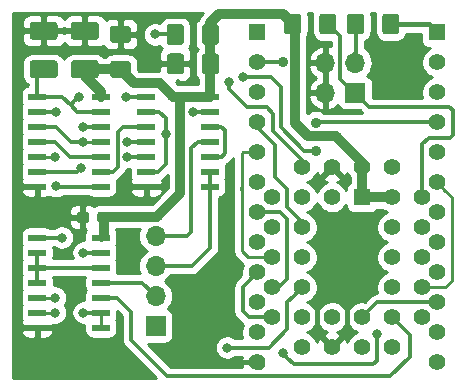
<source format=gtl>
G04 #@! TF.GenerationSoftware,KiCad,Pcbnew,(5.1.0)-1*
G04 #@! TF.CreationDate,2021-03-07T22:37:12+01:00*
G04 #@! TF.ProjectId,Atari OSS Cartridge internal,41746172-6920-44f5-9353-204361727472,rev?*
G04 #@! TF.SameCoordinates,Original*
G04 #@! TF.FileFunction,Copper,L1,Top*
G04 #@! TF.FilePolarity,Positive*
%FSLAX46Y46*%
G04 Gerber Fmt 4.6, Leading zero omitted, Abs format (unit mm)*
G04 Created by KiCad (PCBNEW (5.1.0)-1) date 2021-03-07 22:37:12*
%MOMM*%
%LPD*%
G04 APERTURE LIST*
%ADD10C,0.100000*%
%ADD11C,1.425000*%
%ADD12O,1.700000X1.700000*%
%ADD13R,1.700000X1.700000*%
%ADD14C,0.950000*%
%ADD15C,1.500000*%
%ADD16R,1.500000X0.600000*%
%ADD17C,1.422400*%
%ADD18R,1.422400X1.422400*%
%ADD19C,0.900000*%
%ADD20C,0.800000*%
%ADD21C,0.812800*%
%ADD22C,0.254000*%
%ADD23C,0.406400*%
%ADD24C,0.304800*%
%ADD25C,0.609600*%
G04 APERTURE END LIST*
D10*
G36*
X138445504Y-85232204D02*
G01*
X138469773Y-85235804D01*
X138493571Y-85241765D01*
X138516671Y-85250030D01*
X138538849Y-85260520D01*
X138559893Y-85273133D01*
X138579598Y-85287747D01*
X138597777Y-85304223D01*
X138614253Y-85322402D01*
X138628867Y-85342107D01*
X138641480Y-85363151D01*
X138651970Y-85385329D01*
X138660235Y-85408429D01*
X138666196Y-85432227D01*
X138669796Y-85456496D01*
X138671000Y-85481000D01*
X138671000Y-86731000D01*
X138669796Y-86755504D01*
X138666196Y-86779773D01*
X138660235Y-86803571D01*
X138651970Y-86826671D01*
X138641480Y-86848849D01*
X138628867Y-86869893D01*
X138614253Y-86889598D01*
X138597777Y-86907777D01*
X138579598Y-86924253D01*
X138559893Y-86938867D01*
X138538849Y-86951480D01*
X138516671Y-86961970D01*
X138493571Y-86970235D01*
X138469773Y-86976196D01*
X138445504Y-86979796D01*
X138421000Y-86981000D01*
X137496000Y-86981000D01*
X137471496Y-86979796D01*
X137447227Y-86976196D01*
X137423429Y-86970235D01*
X137400329Y-86961970D01*
X137378151Y-86951480D01*
X137357107Y-86938867D01*
X137337402Y-86924253D01*
X137319223Y-86907777D01*
X137302747Y-86889598D01*
X137288133Y-86869893D01*
X137275520Y-86848849D01*
X137265030Y-86826671D01*
X137256765Y-86803571D01*
X137250804Y-86779773D01*
X137247204Y-86755504D01*
X137246000Y-86731000D01*
X137246000Y-85481000D01*
X137247204Y-85456496D01*
X137250804Y-85432227D01*
X137256765Y-85408429D01*
X137265030Y-85385329D01*
X137275520Y-85363151D01*
X137288133Y-85342107D01*
X137302747Y-85322402D01*
X137319223Y-85304223D01*
X137337402Y-85287747D01*
X137357107Y-85273133D01*
X137378151Y-85260520D01*
X137400329Y-85250030D01*
X137423429Y-85241765D01*
X137447227Y-85235804D01*
X137471496Y-85232204D01*
X137496000Y-85231000D01*
X138421000Y-85231000D01*
X138445504Y-85232204D01*
X138445504Y-85232204D01*
G37*
D11*
X137958500Y-86106000D03*
D10*
G36*
X141420504Y-85232204D02*
G01*
X141444773Y-85235804D01*
X141468571Y-85241765D01*
X141491671Y-85250030D01*
X141513849Y-85260520D01*
X141534893Y-85273133D01*
X141554598Y-85287747D01*
X141572777Y-85304223D01*
X141589253Y-85322402D01*
X141603867Y-85342107D01*
X141616480Y-85363151D01*
X141626970Y-85385329D01*
X141635235Y-85408429D01*
X141641196Y-85432227D01*
X141644796Y-85456496D01*
X141646000Y-85481000D01*
X141646000Y-86731000D01*
X141644796Y-86755504D01*
X141641196Y-86779773D01*
X141635235Y-86803571D01*
X141626970Y-86826671D01*
X141616480Y-86848849D01*
X141603867Y-86869893D01*
X141589253Y-86889598D01*
X141572777Y-86907777D01*
X141554598Y-86924253D01*
X141534893Y-86938867D01*
X141513849Y-86951480D01*
X141491671Y-86961970D01*
X141468571Y-86970235D01*
X141444773Y-86976196D01*
X141420504Y-86979796D01*
X141396000Y-86981000D01*
X140471000Y-86981000D01*
X140446496Y-86979796D01*
X140422227Y-86976196D01*
X140398429Y-86970235D01*
X140375329Y-86961970D01*
X140353151Y-86951480D01*
X140332107Y-86938867D01*
X140312402Y-86924253D01*
X140294223Y-86907777D01*
X140277747Y-86889598D01*
X140263133Y-86869893D01*
X140250520Y-86848849D01*
X140240030Y-86826671D01*
X140231765Y-86803571D01*
X140225804Y-86779773D01*
X140222204Y-86755504D01*
X140221000Y-86731000D01*
X140221000Y-85481000D01*
X140222204Y-85456496D01*
X140225804Y-85432227D01*
X140231765Y-85408429D01*
X140240030Y-85385329D01*
X140250520Y-85363151D01*
X140263133Y-85342107D01*
X140277747Y-85322402D01*
X140294223Y-85304223D01*
X140312402Y-85287747D01*
X140332107Y-85273133D01*
X140353151Y-85260520D01*
X140375329Y-85250030D01*
X140398429Y-85241765D01*
X140422227Y-85235804D01*
X140446496Y-85232204D01*
X140471000Y-85231000D01*
X141396000Y-85231000D01*
X141420504Y-85232204D01*
X141420504Y-85232204D01*
G37*
D11*
X140933500Y-86106000D03*
D10*
G36*
X136086504Y-85232204D02*
G01*
X136110773Y-85235804D01*
X136134571Y-85241765D01*
X136157671Y-85250030D01*
X136179849Y-85260520D01*
X136200893Y-85273133D01*
X136220598Y-85287747D01*
X136238777Y-85304223D01*
X136255253Y-85322402D01*
X136269867Y-85342107D01*
X136282480Y-85363151D01*
X136292970Y-85385329D01*
X136301235Y-85408429D01*
X136307196Y-85432227D01*
X136310796Y-85456496D01*
X136312000Y-85481000D01*
X136312000Y-86731000D01*
X136310796Y-86755504D01*
X136307196Y-86779773D01*
X136301235Y-86803571D01*
X136292970Y-86826671D01*
X136282480Y-86848849D01*
X136269867Y-86869893D01*
X136255253Y-86889598D01*
X136238777Y-86907777D01*
X136220598Y-86924253D01*
X136200893Y-86938867D01*
X136179849Y-86951480D01*
X136157671Y-86961970D01*
X136134571Y-86970235D01*
X136110773Y-86976196D01*
X136086504Y-86979796D01*
X136062000Y-86981000D01*
X135137000Y-86981000D01*
X135112496Y-86979796D01*
X135088227Y-86976196D01*
X135064429Y-86970235D01*
X135041329Y-86961970D01*
X135019151Y-86951480D01*
X134998107Y-86938867D01*
X134978402Y-86924253D01*
X134960223Y-86907777D01*
X134943747Y-86889598D01*
X134929133Y-86869893D01*
X134916520Y-86848849D01*
X134906030Y-86826671D01*
X134897765Y-86803571D01*
X134891804Y-86779773D01*
X134888204Y-86755504D01*
X134887000Y-86731000D01*
X134887000Y-85481000D01*
X134888204Y-85456496D01*
X134891804Y-85432227D01*
X134897765Y-85408429D01*
X134906030Y-85385329D01*
X134916520Y-85363151D01*
X134929133Y-85342107D01*
X134943747Y-85322402D01*
X134960223Y-85304223D01*
X134978402Y-85287747D01*
X134998107Y-85273133D01*
X135019151Y-85260520D01*
X135041329Y-85250030D01*
X135064429Y-85241765D01*
X135088227Y-85235804D01*
X135112496Y-85232204D01*
X135137000Y-85231000D01*
X136062000Y-85231000D01*
X136086504Y-85232204D01*
X136086504Y-85232204D01*
G37*
D11*
X135599500Y-86106000D03*
D10*
G36*
X133111504Y-85232204D02*
G01*
X133135773Y-85235804D01*
X133159571Y-85241765D01*
X133182671Y-85250030D01*
X133204849Y-85260520D01*
X133225893Y-85273133D01*
X133245598Y-85287747D01*
X133263777Y-85304223D01*
X133280253Y-85322402D01*
X133294867Y-85342107D01*
X133307480Y-85363151D01*
X133317970Y-85385329D01*
X133326235Y-85408429D01*
X133332196Y-85432227D01*
X133335796Y-85456496D01*
X133337000Y-85481000D01*
X133337000Y-86731000D01*
X133335796Y-86755504D01*
X133332196Y-86779773D01*
X133326235Y-86803571D01*
X133317970Y-86826671D01*
X133307480Y-86848849D01*
X133294867Y-86869893D01*
X133280253Y-86889598D01*
X133263777Y-86907777D01*
X133245598Y-86924253D01*
X133225893Y-86938867D01*
X133204849Y-86951480D01*
X133182671Y-86961970D01*
X133159571Y-86970235D01*
X133135773Y-86976196D01*
X133111504Y-86979796D01*
X133087000Y-86981000D01*
X132162000Y-86981000D01*
X132137496Y-86979796D01*
X132113227Y-86976196D01*
X132089429Y-86970235D01*
X132066329Y-86961970D01*
X132044151Y-86951480D01*
X132023107Y-86938867D01*
X132003402Y-86924253D01*
X131985223Y-86907777D01*
X131968747Y-86889598D01*
X131954133Y-86869893D01*
X131941520Y-86848849D01*
X131931030Y-86826671D01*
X131922765Y-86803571D01*
X131916804Y-86779773D01*
X131913204Y-86755504D01*
X131912000Y-86731000D01*
X131912000Y-85481000D01*
X131913204Y-85456496D01*
X131916804Y-85432227D01*
X131922765Y-85408429D01*
X131931030Y-85385329D01*
X131941520Y-85363151D01*
X131954133Y-85342107D01*
X131968747Y-85322402D01*
X131985223Y-85304223D01*
X132003402Y-85287747D01*
X132023107Y-85273133D01*
X132044151Y-85260520D01*
X132066329Y-85250030D01*
X132089429Y-85241765D01*
X132113227Y-85235804D01*
X132137496Y-85232204D01*
X132162000Y-85231000D01*
X133087000Y-85231000D01*
X133111504Y-85232204D01*
X133111504Y-85232204D01*
G37*
D11*
X132624500Y-86106000D03*
D10*
G36*
X123180104Y-88610404D02*
G01*
X123204373Y-88614004D01*
X123228171Y-88619965D01*
X123251271Y-88628230D01*
X123273449Y-88638720D01*
X123294493Y-88651333D01*
X123314198Y-88665947D01*
X123332377Y-88682423D01*
X123348853Y-88700602D01*
X123363467Y-88720307D01*
X123376080Y-88741351D01*
X123386570Y-88763529D01*
X123394835Y-88786629D01*
X123400796Y-88810427D01*
X123404396Y-88834696D01*
X123405600Y-88859200D01*
X123405600Y-90109200D01*
X123404396Y-90133704D01*
X123400796Y-90157973D01*
X123394835Y-90181771D01*
X123386570Y-90204871D01*
X123376080Y-90227049D01*
X123363467Y-90248093D01*
X123348853Y-90267798D01*
X123332377Y-90285977D01*
X123314198Y-90302453D01*
X123294493Y-90317067D01*
X123273449Y-90329680D01*
X123251271Y-90340170D01*
X123228171Y-90348435D01*
X123204373Y-90354396D01*
X123180104Y-90357996D01*
X123155600Y-90359200D01*
X122230600Y-90359200D01*
X122206096Y-90357996D01*
X122181827Y-90354396D01*
X122158029Y-90348435D01*
X122134929Y-90340170D01*
X122112751Y-90329680D01*
X122091707Y-90317067D01*
X122072002Y-90302453D01*
X122053823Y-90285977D01*
X122037347Y-90267798D01*
X122022733Y-90248093D01*
X122010120Y-90227049D01*
X121999630Y-90204871D01*
X121991365Y-90181771D01*
X121985404Y-90157973D01*
X121981804Y-90133704D01*
X121980600Y-90109200D01*
X121980600Y-88859200D01*
X121981804Y-88834696D01*
X121985404Y-88810427D01*
X121991365Y-88786629D01*
X121999630Y-88763529D01*
X122010120Y-88741351D01*
X122022733Y-88720307D01*
X122037347Y-88700602D01*
X122053823Y-88682423D01*
X122072002Y-88665947D01*
X122091707Y-88651333D01*
X122112751Y-88638720D01*
X122134929Y-88628230D01*
X122158029Y-88619965D01*
X122181827Y-88614004D01*
X122206096Y-88610404D01*
X122230600Y-88609200D01*
X123155600Y-88609200D01*
X123180104Y-88610404D01*
X123180104Y-88610404D01*
G37*
D11*
X122693100Y-89484200D03*
D10*
G36*
X126155104Y-88610404D02*
G01*
X126179373Y-88614004D01*
X126203171Y-88619965D01*
X126226271Y-88628230D01*
X126248449Y-88638720D01*
X126269493Y-88651333D01*
X126289198Y-88665947D01*
X126307377Y-88682423D01*
X126323853Y-88700602D01*
X126338467Y-88720307D01*
X126351080Y-88741351D01*
X126361570Y-88763529D01*
X126369835Y-88786629D01*
X126375796Y-88810427D01*
X126379396Y-88834696D01*
X126380600Y-88859200D01*
X126380600Y-90109200D01*
X126379396Y-90133704D01*
X126375796Y-90157973D01*
X126369835Y-90181771D01*
X126361570Y-90204871D01*
X126351080Y-90227049D01*
X126338467Y-90248093D01*
X126323853Y-90267798D01*
X126307377Y-90285977D01*
X126289198Y-90302453D01*
X126269493Y-90317067D01*
X126248449Y-90329680D01*
X126226271Y-90340170D01*
X126203171Y-90348435D01*
X126179373Y-90354396D01*
X126155104Y-90357996D01*
X126130600Y-90359200D01*
X125205600Y-90359200D01*
X125181096Y-90357996D01*
X125156827Y-90354396D01*
X125133029Y-90348435D01*
X125109929Y-90340170D01*
X125087751Y-90329680D01*
X125066707Y-90317067D01*
X125047002Y-90302453D01*
X125028823Y-90285977D01*
X125012347Y-90267798D01*
X124997733Y-90248093D01*
X124985120Y-90227049D01*
X124974630Y-90204871D01*
X124966365Y-90181771D01*
X124960404Y-90157973D01*
X124956804Y-90133704D01*
X124955600Y-90109200D01*
X124955600Y-88859200D01*
X124956804Y-88834696D01*
X124960404Y-88810427D01*
X124966365Y-88786629D01*
X124974630Y-88763529D01*
X124985120Y-88741351D01*
X124997733Y-88720307D01*
X125012347Y-88700602D01*
X125028823Y-88682423D01*
X125047002Y-88665947D01*
X125066707Y-88651333D01*
X125087751Y-88638720D01*
X125109929Y-88628230D01*
X125133029Y-88619965D01*
X125156827Y-88614004D01*
X125181096Y-88610404D01*
X125205600Y-88609200D01*
X126130600Y-88609200D01*
X126155104Y-88610404D01*
X126155104Y-88610404D01*
G37*
D11*
X125668100Y-89484200D03*
D10*
G36*
X118696004Y-86269404D02*
G01*
X118720273Y-86273004D01*
X118744071Y-86278965D01*
X118767171Y-86287230D01*
X118789349Y-86297720D01*
X118810393Y-86310333D01*
X118830098Y-86324947D01*
X118848277Y-86341423D01*
X118864753Y-86359602D01*
X118879367Y-86379307D01*
X118891980Y-86400351D01*
X118902470Y-86422529D01*
X118910735Y-86445629D01*
X118916696Y-86469427D01*
X118920296Y-86493696D01*
X118921500Y-86518200D01*
X118921500Y-87443200D01*
X118920296Y-87467704D01*
X118916696Y-87491973D01*
X118910735Y-87515771D01*
X118902470Y-87538871D01*
X118891980Y-87561049D01*
X118879367Y-87582093D01*
X118864753Y-87601798D01*
X118848277Y-87619977D01*
X118830098Y-87636453D01*
X118810393Y-87651067D01*
X118789349Y-87663680D01*
X118767171Y-87674170D01*
X118744071Y-87682435D01*
X118720273Y-87688396D01*
X118696004Y-87691996D01*
X118671500Y-87693200D01*
X117421500Y-87693200D01*
X117396996Y-87691996D01*
X117372727Y-87688396D01*
X117348929Y-87682435D01*
X117325829Y-87674170D01*
X117303651Y-87663680D01*
X117282607Y-87651067D01*
X117262902Y-87636453D01*
X117244723Y-87619977D01*
X117228247Y-87601798D01*
X117213633Y-87582093D01*
X117201020Y-87561049D01*
X117190530Y-87538871D01*
X117182265Y-87515771D01*
X117176304Y-87491973D01*
X117172704Y-87467704D01*
X117171500Y-87443200D01*
X117171500Y-86518200D01*
X117172704Y-86493696D01*
X117176304Y-86469427D01*
X117182265Y-86445629D01*
X117190530Y-86422529D01*
X117201020Y-86400351D01*
X117213633Y-86379307D01*
X117228247Y-86359602D01*
X117244723Y-86341423D01*
X117262902Y-86324947D01*
X117282607Y-86310333D01*
X117303651Y-86297720D01*
X117325829Y-86287230D01*
X117348929Y-86278965D01*
X117372727Y-86273004D01*
X117396996Y-86269404D01*
X117421500Y-86268200D01*
X118671500Y-86268200D01*
X118696004Y-86269404D01*
X118696004Y-86269404D01*
G37*
D11*
X118046500Y-86980700D03*
D10*
G36*
X118696004Y-89244404D02*
G01*
X118720273Y-89248004D01*
X118744071Y-89253965D01*
X118767171Y-89262230D01*
X118789349Y-89272720D01*
X118810393Y-89285333D01*
X118830098Y-89299947D01*
X118848277Y-89316423D01*
X118864753Y-89334602D01*
X118879367Y-89354307D01*
X118891980Y-89375351D01*
X118902470Y-89397529D01*
X118910735Y-89420629D01*
X118916696Y-89444427D01*
X118920296Y-89468696D01*
X118921500Y-89493200D01*
X118921500Y-90418200D01*
X118920296Y-90442704D01*
X118916696Y-90466973D01*
X118910735Y-90490771D01*
X118902470Y-90513871D01*
X118891980Y-90536049D01*
X118879367Y-90557093D01*
X118864753Y-90576798D01*
X118848277Y-90594977D01*
X118830098Y-90611453D01*
X118810393Y-90626067D01*
X118789349Y-90638680D01*
X118767171Y-90649170D01*
X118744071Y-90657435D01*
X118720273Y-90663396D01*
X118696004Y-90666996D01*
X118671500Y-90668200D01*
X117421500Y-90668200D01*
X117396996Y-90666996D01*
X117372727Y-90663396D01*
X117348929Y-90657435D01*
X117325829Y-90649170D01*
X117303651Y-90638680D01*
X117282607Y-90626067D01*
X117262902Y-90611453D01*
X117244723Y-90594977D01*
X117228247Y-90576798D01*
X117213633Y-90557093D01*
X117201020Y-90536049D01*
X117190530Y-90513871D01*
X117182265Y-90490771D01*
X117176304Y-90466973D01*
X117172704Y-90442704D01*
X117171500Y-90418200D01*
X117171500Y-89493200D01*
X117172704Y-89468696D01*
X117176304Y-89444427D01*
X117182265Y-89420629D01*
X117190530Y-89397529D01*
X117201020Y-89375351D01*
X117213633Y-89354307D01*
X117228247Y-89334602D01*
X117244723Y-89316423D01*
X117262902Y-89299947D01*
X117282607Y-89285333D01*
X117303651Y-89272720D01*
X117325829Y-89262230D01*
X117348929Y-89253965D01*
X117372727Y-89248004D01*
X117396996Y-89244404D01*
X117421500Y-89243200D01*
X118671500Y-89243200D01*
X118696004Y-89244404D01*
X118696004Y-89244404D01*
G37*
D11*
X118046500Y-89955700D03*
D12*
X135382000Y-89408000D03*
X137922000Y-89408000D03*
X135382000Y-91948000D03*
D13*
X137922000Y-91948000D03*
D10*
G36*
X115183579Y-101989744D02*
G01*
X115206634Y-101993163D01*
X115229243Y-101998827D01*
X115251187Y-102006679D01*
X115272257Y-102016644D01*
X115292248Y-102028626D01*
X115310968Y-102042510D01*
X115328238Y-102058162D01*
X115343890Y-102075432D01*
X115357774Y-102094152D01*
X115369756Y-102114143D01*
X115379721Y-102135213D01*
X115387573Y-102157157D01*
X115393237Y-102179766D01*
X115396656Y-102202821D01*
X115397800Y-102226100D01*
X115397800Y-102701100D01*
X115396656Y-102724379D01*
X115393237Y-102747434D01*
X115387573Y-102770043D01*
X115379721Y-102791987D01*
X115369756Y-102813057D01*
X115357774Y-102833048D01*
X115343890Y-102851768D01*
X115328238Y-102869038D01*
X115310968Y-102884690D01*
X115292248Y-102898574D01*
X115272257Y-102910556D01*
X115251187Y-102920521D01*
X115229243Y-102928373D01*
X115206634Y-102934037D01*
X115183579Y-102937456D01*
X115160300Y-102938600D01*
X114585300Y-102938600D01*
X114562021Y-102937456D01*
X114538966Y-102934037D01*
X114516357Y-102928373D01*
X114494413Y-102920521D01*
X114473343Y-102910556D01*
X114453352Y-102898574D01*
X114434632Y-102884690D01*
X114417362Y-102869038D01*
X114401710Y-102851768D01*
X114387826Y-102833048D01*
X114375844Y-102813057D01*
X114365879Y-102791987D01*
X114358027Y-102770043D01*
X114352363Y-102747434D01*
X114348944Y-102724379D01*
X114347800Y-102701100D01*
X114347800Y-102226100D01*
X114348944Y-102202821D01*
X114352363Y-102179766D01*
X114358027Y-102157157D01*
X114365879Y-102135213D01*
X114375844Y-102114143D01*
X114387826Y-102094152D01*
X114401710Y-102075432D01*
X114417362Y-102058162D01*
X114434632Y-102042510D01*
X114453352Y-102028626D01*
X114473343Y-102016644D01*
X114494413Y-102006679D01*
X114516357Y-101998827D01*
X114538966Y-101993163D01*
X114562021Y-101989744D01*
X114585300Y-101988600D01*
X115160300Y-101988600D01*
X115183579Y-101989744D01*
X115183579Y-101989744D01*
G37*
D14*
X114872800Y-102463600D03*
D10*
G36*
X116933579Y-101989744D02*
G01*
X116956634Y-101993163D01*
X116979243Y-101998827D01*
X117001187Y-102006679D01*
X117022257Y-102016644D01*
X117042248Y-102028626D01*
X117060968Y-102042510D01*
X117078238Y-102058162D01*
X117093890Y-102075432D01*
X117107774Y-102094152D01*
X117119756Y-102114143D01*
X117129721Y-102135213D01*
X117137573Y-102157157D01*
X117143237Y-102179766D01*
X117146656Y-102202821D01*
X117147800Y-102226100D01*
X117147800Y-102701100D01*
X117146656Y-102724379D01*
X117143237Y-102747434D01*
X117137573Y-102770043D01*
X117129721Y-102791987D01*
X117119756Y-102813057D01*
X117107774Y-102833048D01*
X117093890Y-102851768D01*
X117078238Y-102869038D01*
X117060968Y-102884690D01*
X117042248Y-102898574D01*
X117022257Y-102910556D01*
X117001187Y-102920521D01*
X116979243Y-102928373D01*
X116956634Y-102934037D01*
X116933579Y-102937456D01*
X116910300Y-102938600D01*
X116335300Y-102938600D01*
X116312021Y-102937456D01*
X116288966Y-102934037D01*
X116266357Y-102928373D01*
X116244413Y-102920521D01*
X116223343Y-102910556D01*
X116203352Y-102898574D01*
X116184632Y-102884690D01*
X116167362Y-102869038D01*
X116151710Y-102851768D01*
X116137826Y-102833048D01*
X116125844Y-102813057D01*
X116115879Y-102791987D01*
X116108027Y-102770043D01*
X116102363Y-102747434D01*
X116098944Y-102724379D01*
X116097800Y-102701100D01*
X116097800Y-102226100D01*
X116098944Y-102202821D01*
X116102363Y-102179766D01*
X116108027Y-102157157D01*
X116115879Y-102135213D01*
X116125844Y-102114143D01*
X116137826Y-102094152D01*
X116151710Y-102075432D01*
X116167362Y-102058162D01*
X116184632Y-102042510D01*
X116203352Y-102028626D01*
X116223343Y-102016644D01*
X116244413Y-102006679D01*
X116266357Y-101998827D01*
X116288966Y-101993163D01*
X116312021Y-101989744D01*
X116335300Y-101988600D01*
X116910300Y-101988600D01*
X116933579Y-101989744D01*
X116933579Y-101989744D01*
G37*
D14*
X116622800Y-102463600D03*
D10*
G36*
X115973404Y-85942004D02*
G01*
X115997673Y-85945604D01*
X116021471Y-85951565D01*
X116044571Y-85959830D01*
X116066749Y-85970320D01*
X116087793Y-85982933D01*
X116107498Y-85997547D01*
X116125677Y-86014023D01*
X116142153Y-86032202D01*
X116156767Y-86051907D01*
X116169380Y-86072951D01*
X116179870Y-86095129D01*
X116188135Y-86118229D01*
X116194096Y-86142027D01*
X116197696Y-86166296D01*
X116198900Y-86190800D01*
X116198900Y-87190800D01*
X116197696Y-87215304D01*
X116194096Y-87239573D01*
X116188135Y-87263371D01*
X116179870Y-87286471D01*
X116169380Y-87308649D01*
X116156767Y-87329693D01*
X116142153Y-87349398D01*
X116125677Y-87367577D01*
X116107498Y-87384053D01*
X116087793Y-87398667D01*
X116066749Y-87411280D01*
X116044571Y-87421770D01*
X116021471Y-87430035D01*
X115997673Y-87435996D01*
X115973404Y-87439596D01*
X115948900Y-87440800D01*
X114098900Y-87440800D01*
X114074396Y-87439596D01*
X114050127Y-87435996D01*
X114026329Y-87430035D01*
X114003229Y-87421770D01*
X113981051Y-87411280D01*
X113960007Y-87398667D01*
X113940302Y-87384053D01*
X113922123Y-87367577D01*
X113905647Y-87349398D01*
X113891033Y-87329693D01*
X113878420Y-87308649D01*
X113867930Y-87286471D01*
X113859665Y-87263371D01*
X113853704Y-87239573D01*
X113850104Y-87215304D01*
X113848900Y-87190800D01*
X113848900Y-86190800D01*
X113850104Y-86166296D01*
X113853704Y-86142027D01*
X113859665Y-86118229D01*
X113867930Y-86095129D01*
X113878420Y-86072951D01*
X113891033Y-86051907D01*
X113905647Y-86032202D01*
X113922123Y-86014023D01*
X113940302Y-85997547D01*
X113960007Y-85982933D01*
X113981051Y-85970320D01*
X114003229Y-85959830D01*
X114026329Y-85951565D01*
X114050127Y-85945604D01*
X114074396Y-85942004D01*
X114098900Y-85940800D01*
X115948900Y-85940800D01*
X115973404Y-85942004D01*
X115973404Y-85942004D01*
G37*
D15*
X115023900Y-86690800D03*
D10*
G36*
X115973404Y-89192004D02*
G01*
X115997673Y-89195604D01*
X116021471Y-89201565D01*
X116044571Y-89209830D01*
X116066749Y-89220320D01*
X116087793Y-89232933D01*
X116107498Y-89247547D01*
X116125677Y-89264023D01*
X116142153Y-89282202D01*
X116156767Y-89301907D01*
X116169380Y-89322951D01*
X116179870Y-89345129D01*
X116188135Y-89368229D01*
X116194096Y-89392027D01*
X116197696Y-89416296D01*
X116198900Y-89440800D01*
X116198900Y-90440800D01*
X116197696Y-90465304D01*
X116194096Y-90489573D01*
X116188135Y-90513371D01*
X116179870Y-90536471D01*
X116169380Y-90558649D01*
X116156767Y-90579693D01*
X116142153Y-90599398D01*
X116125677Y-90617577D01*
X116107498Y-90634053D01*
X116087793Y-90648667D01*
X116066749Y-90661280D01*
X116044571Y-90671770D01*
X116021471Y-90680035D01*
X115997673Y-90685996D01*
X115973404Y-90689596D01*
X115948900Y-90690800D01*
X114098900Y-90690800D01*
X114074396Y-90689596D01*
X114050127Y-90685996D01*
X114026329Y-90680035D01*
X114003229Y-90671770D01*
X113981051Y-90661280D01*
X113960007Y-90648667D01*
X113940302Y-90634053D01*
X113922123Y-90617577D01*
X113905647Y-90599398D01*
X113891033Y-90579693D01*
X113878420Y-90558649D01*
X113867930Y-90536471D01*
X113859665Y-90513371D01*
X113853704Y-90489573D01*
X113850104Y-90465304D01*
X113848900Y-90440800D01*
X113848900Y-89440800D01*
X113850104Y-89416296D01*
X113853704Y-89392027D01*
X113859665Y-89368229D01*
X113867930Y-89345129D01*
X113878420Y-89322951D01*
X113891033Y-89301907D01*
X113905647Y-89282202D01*
X113922123Y-89264023D01*
X113940302Y-89247547D01*
X113960007Y-89232933D01*
X113981051Y-89220320D01*
X114003229Y-89209830D01*
X114026329Y-89201565D01*
X114050127Y-89195604D01*
X114074396Y-89192004D01*
X114098900Y-89190800D01*
X115948900Y-89190800D01*
X115973404Y-89192004D01*
X115973404Y-89192004D01*
G37*
D15*
X115023900Y-89940800D03*
D16*
X125636000Y-92252800D03*
X125636000Y-93522800D03*
X125636000Y-94792800D03*
X125636000Y-96062800D03*
X125636000Y-97332800D03*
X125636000Y-98602800D03*
X125636000Y-99872800D03*
X120236000Y-99872800D03*
X120236000Y-98602800D03*
X120236000Y-97332800D03*
X120236000Y-96062800D03*
X120236000Y-94792800D03*
X120236000Y-93522800D03*
X120236000Y-92252800D03*
X116390400Y-104190800D03*
X116390400Y-105460800D03*
X116390400Y-106730800D03*
X116390400Y-108000800D03*
X116390400Y-109270800D03*
X116390400Y-110540800D03*
X116390400Y-111810800D03*
X110990400Y-111810800D03*
X110990400Y-110540800D03*
X110990400Y-109270800D03*
X110990400Y-108000800D03*
X110990400Y-106730800D03*
X110990400Y-105460800D03*
X110990400Y-104190800D03*
D17*
X141046200Y-103327200D03*
X141046200Y-105867200D03*
X141046200Y-108407200D03*
X141046200Y-110947200D03*
X143586200Y-103327200D03*
X143586200Y-105867200D03*
X143586200Y-108407200D03*
X143586200Y-110947200D03*
X138506200Y-110947200D03*
X135966200Y-110947200D03*
X141046200Y-113487200D03*
X138506200Y-113487200D03*
X135966200Y-113487200D03*
X133426200Y-113487200D03*
X133426200Y-110947200D03*
X133426200Y-108407200D03*
X133426200Y-105867200D03*
X133426200Y-103327200D03*
X130886200Y-110947200D03*
X130886200Y-108407200D03*
X130886200Y-105867200D03*
X130886200Y-103327200D03*
X130886200Y-100787200D03*
X141046200Y-98247200D03*
X138506200Y-98247200D03*
X133426200Y-98247200D03*
X135966200Y-98247200D03*
X143586200Y-100787200D03*
X141046200Y-100787200D03*
X133426200Y-100787200D03*
X135966200Y-100787200D03*
D18*
X138506200Y-100787200D03*
D12*
X121031000Y-104063800D03*
X121031000Y-106603800D03*
X121031000Y-109143800D03*
D13*
X121031000Y-111683800D03*
D10*
G36*
X112493604Y-85942004D02*
G01*
X112517873Y-85945604D01*
X112541671Y-85951565D01*
X112564771Y-85959830D01*
X112586949Y-85970320D01*
X112607993Y-85982933D01*
X112627698Y-85997547D01*
X112645877Y-86014023D01*
X112662353Y-86032202D01*
X112676967Y-86051907D01*
X112689580Y-86072951D01*
X112700070Y-86095129D01*
X112708335Y-86118229D01*
X112714296Y-86142027D01*
X112717896Y-86166296D01*
X112719100Y-86190800D01*
X112719100Y-87190800D01*
X112717896Y-87215304D01*
X112714296Y-87239573D01*
X112708335Y-87263371D01*
X112700070Y-87286471D01*
X112689580Y-87308649D01*
X112676967Y-87329693D01*
X112662353Y-87349398D01*
X112645877Y-87367577D01*
X112627698Y-87384053D01*
X112607993Y-87398667D01*
X112586949Y-87411280D01*
X112564771Y-87421770D01*
X112541671Y-87430035D01*
X112517873Y-87435996D01*
X112493604Y-87439596D01*
X112469100Y-87440800D01*
X110619100Y-87440800D01*
X110594596Y-87439596D01*
X110570327Y-87435996D01*
X110546529Y-87430035D01*
X110523429Y-87421770D01*
X110501251Y-87411280D01*
X110480207Y-87398667D01*
X110460502Y-87384053D01*
X110442323Y-87367577D01*
X110425847Y-87349398D01*
X110411233Y-87329693D01*
X110398620Y-87308649D01*
X110388130Y-87286471D01*
X110379865Y-87263371D01*
X110373904Y-87239573D01*
X110370304Y-87215304D01*
X110369100Y-87190800D01*
X110369100Y-86190800D01*
X110370304Y-86166296D01*
X110373904Y-86142027D01*
X110379865Y-86118229D01*
X110388130Y-86095129D01*
X110398620Y-86072951D01*
X110411233Y-86051907D01*
X110425847Y-86032202D01*
X110442323Y-86014023D01*
X110460502Y-85997547D01*
X110480207Y-85982933D01*
X110501251Y-85970320D01*
X110523429Y-85959830D01*
X110546529Y-85951565D01*
X110570327Y-85945604D01*
X110594596Y-85942004D01*
X110619100Y-85940800D01*
X112469100Y-85940800D01*
X112493604Y-85942004D01*
X112493604Y-85942004D01*
G37*
D15*
X111544100Y-86690800D03*
D10*
G36*
X112493604Y-89192004D02*
G01*
X112517873Y-89195604D01*
X112541671Y-89201565D01*
X112564771Y-89209830D01*
X112586949Y-89220320D01*
X112607993Y-89232933D01*
X112627698Y-89247547D01*
X112645877Y-89264023D01*
X112662353Y-89282202D01*
X112676967Y-89301907D01*
X112689580Y-89322951D01*
X112700070Y-89345129D01*
X112708335Y-89368229D01*
X112714296Y-89392027D01*
X112717896Y-89416296D01*
X112719100Y-89440800D01*
X112719100Y-90440800D01*
X112717896Y-90465304D01*
X112714296Y-90489573D01*
X112708335Y-90513371D01*
X112700070Y-90536471D01*
X112689580Y-90558649D01*
X112676967Y-90579693D01*
X112662353Y-90599398D01*
X112645877Y-90617577D01*
X112627698Y-90634053D01*
X112607993Y-90648667D01*
X112586949Y-90661280D01*
X112564771Y-90671770D01*
X112541671Y-90680035D01*
X112517873Y-90685996D01*
X112493604Y-90689596D01*
X112469100Y-90690800D01*
X110619100Y-90690800D01*
X110594596Y-90689596D01*
X110570327Y-90685996D01*
X110546529Y-90680035D01*
X110523429Y-90671770D01*
X110501251Y-90661280D01*
X110480207Y-90648667D01*
X110460502Y-90634053D01*
X110442323Y-90617577D01*
X110425847Y-90599398D01*
X110411233Y-90579693D01*
X110398620Y-90558649D01*
X110388130Y-90536471D01*
X110379865Y-90513371D01*
X110373904Y-90489573D01*
X110370304Y-90465304D01*
X110369100Y-90440800D01*
X110369100Y-89440800D01*
X110370304Y-89416296D01*
X110373904Y-89392027D01*
X110379865Y-89368229D01*
X110388130Y-89345129D01*
X110398620Y-89322951D01*
X110411233Y-89301907D01*
X110425847Y-89282202D01*
X110442323Y-89264023D01*
X110460502Y-89247547D01*
X110480207Y-89232933D01*
X110501251Y-89220320D01*
X110523429Y-89209830D01*
X110546529Y-89201565D01*
X110570327Y-89195604D01*
X110594596Y-89192004D01*
X110619100Y-89190800D01*
X112469100Y-89190800D01*
X112493604Y-89192004D01*
X112493604Y-89192004D01*
G37*
D15*
X111544100Y-89940800D03*
D16*
X116390400Y-92252800D03*
X116390400Y-93522800D03*
X116390400Y-94792800D03*
X116390400Y-96062800D03*
X116390400Y-97332800D03*
X116390400Y-98602800D03*
X116390400Y-99872800D03*
X110990400Y-99872800D03*
X110990400Y-98602800D03*
X110990400Y-97332800D03*
X110990400Y-96062800D03*
X110990400Y-94792800D03*
X110990400Y-93522800D03*
X110990400Y-92252800D03*
D10*
G36*
X123180104Y-86121204D02*
G01*
X123204373Y-86124804D01*
X123228171Y-86130765D01*
X123251271Y-86139030D01*
X123273449Y-86149520D01*
X123294493Y-86162133D01*
X123314198Y-86176747D01*
X123332377Y-86193223D01*
X123348853Y-86211402D01*
X123363467Y-86231107D01*
X123376080Y-86252151D01*
X123386570Y-86274329D01*
X123394835Y-86297429D01*
X123400796Y-86321227D01*
X123404396Y-86345496D01*
X123405600Y-86370000D01*
X123405600Y-87620000D01*
X123404396Y-87644504D01*
X123400796Y-87668773D01*
X123394835Y-87692571D01*
X123386570Y-87715671D01*
X123376080Y-87737849D01*
X123363467Y-87758893D01*
X123348853Y-87778598D01*
X123332377Y-87796777D01*
X123314198Y-87813253D01*
X123294493Y-87827867D01*
X123273449Y-87840480D01*
X123251271Y-87850970D01*
X123228171Y-87859235D01*
X123204373Y-87865196D01*
X123180104Y-87868796D01*
X123155600Y-87870000D01*
X122230600Y-87870000D01*
X122206096Y-87868796D01*
X122181827Y-87865196D01*
X122158029Y-87859235D01*
X122134929Y-87850970D01*
X122112751Y-87840480D01*
X122091707Y-87827867D01*
X122072002Y-87813253D01*
X122053823Y-87796777D01*
X122037347Y-87778598D01*
X122022733Y-87758893D01*
X122010120Y-87737849D01*
X121999630Y-87715671D01*
X121991365Y-87692571D01*
X121985404Y-87668773D01*
X121981804Y-87644504D01*
X121980600Y-87620000D01*
X121980600Y-86370000D01*
X121981804Y-86345496D01*
X121985404Y-86321227D01*
X121991365Y-86297429D01*
X121999630Y-86274329D01*
X122010120Y-86252151D01*
X122022733Y-86231107D01*
X122037347Y-86211402D01*
X122053823Y-86193223D01*
X122072002Y-86176747D01*
X122091707Y-86162133D01*
X122112751Y-86149520D01*
X122134929Y-86139030D01*
X122158029Y-86130765D01*
X122181827Y-86124804D01*
X122206096Y-86121204D01*
X122230600Y-86120000D01*
X123155600Y-86120000D01*
X123180104Y-86121204D01*
X123180104Y-86121204D01*
G37*
D11*
X122693100Y-86995000D03*
D10*
G36*
X126155104Y-86121204D02*
G01*
X126179373Y-86124804D01*
X126203171Y-86130765D01*
X126226271Y-86139030D01*
X126248449Y-86149520D01*
X126269493Y-86162133D01*
X126289198Y-86176747D01*
X126307377Y-86193223D01*
X126323853Y-86211402D01*
X126338467Y-86231107D01*
X126351080Y-86252151D01*
X126361570Y-86274329D01*
X126369835Y-86297429D01*
X126375796Y-86321227D01*
X126379396Y-86345496D01*
X126380600Y-86370000D01*
X126380600Y-87620000D01*
X126379396Y-87644504D01*
X126375796Y-87668773D01*
X126369835Y-87692571D01*
X126361570Y-87715671D01*
X126351080Y-87737849D01*
X126338467Y-87758893D01*
X126323853Y-87778598D01*
X126307377Y-87796777D01*
X126289198Y-87813253D01*
X126269493Y-87827867D01*
X126248449Y-87840480D01*
X126226271Y-87850970D01*
X126203171Y-87859235D01*
X126179373Y-87865196D01*
X126155104Y-87868796D01*
X126130600Y-87870000D01*
X125205600Y-87870000D01*
X125181096Y-87868796D01*
X125156827Y-87865196D01*
X125133029Y-87859235D01*
X125109929Y-87850970D01*
X125087751Y-87840480D01*
X125066707Y-87827867D01*
X125047002Y-87813253D01*
X125028823Y-87796777D01*
X125012347Y-87778598D01*
X124997733Y-87758893D01*
X124985120Y-87737849D01*
X124974630Y-87715671D01*
X124966365Y-87692571D01*
X124960404Y-87668773D01*
X124956804Y-87644504D01*
X124955600Y-87620000D01*
X124955600Y-86370000D01*
X124956804Y-86345496D01*
X124960404Y-86321227D01*
X124966365Y-86297429D01*
X124974630Y-86274329D01*
X124985120Y-86252151D01*
X124997733Y-86231107D01*
X125012347Y-86211402D01*
X125028823Y-86193223D01*
X125047002Y-86176747D01*
X125066707Y-86162133D01*
X125087751Y-86149520D01*
X125109929Y-86139030D01*
X125133029Y-86130765D01*
X125156827Y-86124804D01*
X125181096Y-86121204D01*
X125205600Y-86120000D01*
X126130600Y-86120000D01*
X126155104Y-86121204D01*
X126155104Y-86121204D01*
G37*
D11*
X125668100Y-86995000D03*
D17*
X129616200Y-114757200D03*
X129616200Y-112217200D03*
X129616200Y-109677200D03*
X129616200Y-107137200D03*
X129616200Y-104597200D03*
X129616200Y-102057200D03*
X129616200Y-99517200D03*
X129616200Y-96977200D03*
X129616200Y-94437200D03*
X129616200Y-91897200D03*
X129616200Y-89357200D03*
D18*
X129616200Y-86817200D03*
D17*
X144856200Y-114757200D03*
X144856200Y-112217200D03*
X144856200Y-109677200D03*
X144856200Y-107137200D03*
X144856200Y-104597200D03*
X144856200Y-102057200D03*
X144856200Y-99517200D03*
X144856200Y-96977200D03*
X144856200Y-94437200D03*
X144856200Y-91897200D03*
X144856200Y-89357200D03*
D18*
X144856200Y-86817200D03*
D19*
X135940800Y-103403400D03*
X135940800Y-105765600D03*
X138176000Y-105740200D03*
X138226800Y-103403400D03*
D20*
X120459500Y-88455500D03*
D19*
X120459500Y-89598500D03*
X113284000Y-88328500D03*
X109474000Y-88328500D03*
X109474000Y-91122500D03*
X109410500Y-85598000D03*
X109537500Y-101981000D03*
X109474000Y-114554000D03*
X111760000Y-114554000D03*
X114046000Y-114554000D03*
X116586000Y-114554000D03*
X122682000Y-114554000D03*
X125222000Y-114554000D03*
X125222000Y-109296200D03*
X118364000Y-101092000D03*
X118364000Y-104648000D03*
X125222000Y-107213400D03*
X135890000Y-107950000D03*
X138176000Y-107950000D03*
X143002000Y-91719400D03*
X139852400Y-90728800D03*
X139852400Y-88442800D03*
X142976600Y-89839800D03*
X118364000Y-106781600D03*
D20*
X112598200Y-93522800D03*
X127076200Y-113512600D03*
X114884200Y-94792800D03*
D19*
X131775200Y-89357200D03*
X134594600Y-94462600D03*
X134594600Y-96850200D03*
D20*
X128447800Y-90627200D03*
X121869200Y-95453200D03*
X114554000Y-92265500D03*
X120967500Y-86995000D03*
X113080800Y-104190800D03*
X114884200Y-96062800D03*
X124180600Y-93522800D03*
X112598200Y-99847400D03*
X112522000Y-110540800D03*
X118643400Y-97332800D03*
X114681000Y-98272600D03*
X112496600Y-97332800D03*
X112496602Y-109270800D03*
X114909600Y-110540800D03*
X114909600Y-105460800D03*
X139776200Y-112344200D03*
X118618000Y-96062800D03*
X131775200Y-113995200D03*
X127203200Y-91033600D03*
X118541800Y-92252800D03*
D21*
X129616200Y-114757200D02*
X129844800Y-114985800D01*
D22*
X135940800Y-103403400D02*
X135940800Y-105765600D01*
X138150600Y-105765600D02*
X138176000Y-105740200D01*
X135940800Y-105765600D02*
X138150600Y-105765600D01*
X138176000Y-103454200D02*
X138226800Y-103403400D01*
X138176000Y-105740200D02*
X138176000Y-103454200D01*
X138226800Y-103403400D02*
X135940800Y-103403400D01*
X136677399Y-112776001D02*
X135966200Y-113487200D01*
X137261600Y-112191800D02*
X136677399Y-112776001D01*
X138176000Y-105740200D02*
X137261600Y-106654600D01*
D23*
X137261600Y-106654600D02*
X137261600Y-112191800D01*
D24*
X136677399Y-98958399D02*
X135966200Y-98247200D01*
X137236200Y-99517200D02*
X136677399Y-98958399D01*
X135940800Y-103403400D02*
X137236200Y-102108000D01*
D23*
X110998000Y-102463600D02*
X110990400Y-102456000D01*
X114884200Y-101066600D02*
X114872800Y-101078000D01*
X120236000Y-101048800D02*
X120218200Y-101066600D01*
X125425200Y-114757200D02*
X125222000Y-114554000D01*
X129616200Y-114757200D02*
X125425200Y-114757200D01*
X135440001Y-108399999D02*
X135890000Y-107950000D01*
X134696200Y-109143800D02*
X135440001Y-108399999D01*
X135966200Y-113487200D02*
X134696200Y-112217200D01*
X134696200Y-112217200D02*
X134696200Y-109143800D01*
D24*
X128905001Y-107848399D02*
X129616200Y-107137200D01*
X128397000Y-108356400D02*
X128905001Y-107848399D01*
X128397000Y-110426500D02*
X128397000Y-108356400D01*
X130886200Y-110947200D02*
X128917700Y-110947200D01*
X128917700Y-110947200D02*
X128397000Y-110426500D01*
X110990400Y-93522800D02*
X112598200Y-93522800D01*
X132715001Y-109118399D02*
X133426200Y-108407200D01*
X132156200Y-109677200D02*
X132715001Y-109118399D01*
X132156200Y-111963200D02*
X132156200Y-109677200D01*
X127076200Y-113512600D02*
X130606800Y-113512600D01*
X130606800Y-113512600D02*
X132156200Y-111963200D01*
X130621988Y-102057200D02*
X129616200Y-102057200D01*
X131576208Y-102057200D02*
X130621988Y-102057200D01*
X132156200Y-102637192D02*
X131576208Y-102057200D01*
X132156200Y-107721400D02*
X132156200Y-102637192D01*
X130886200Y-108407200D02*
X131470400Y-108407200D01*
X131470400Y-108407200D02*
X132156200Y-107721400D01*
D22*
X130886200Y-105867200D02*
X128879600Y-105867200D01*
X128879600Y-105867200D02*
X128371600Y-105359200D01*
X128371600Y-99568000D02*
X128371600Y-98221800D01*
X128371600Y-105359200D02*
X128371600Y-99974400D01*
X128371600Y-99974400D02*
X128371600Y-99568000D01*
D24*
X128371600Y-99974400D02*
X128371600Y-100177600D01*
X116390400Y-94792800D02*
X114884200Y-94792800D01*
D22*
X128397000Y-96977200D02*
X129616200Y-96977200D01*
X128371600Y-97002600D02*
X128397000Y-96977200D01*
X128371600Y-98221800D02*
X128371600Y-97002600D01*
D24*
X129616200Y-94843600D02*
X129616200Y-94437200D01*
X133426200Y-102844600D02*
X132156200Y-101574600D01*
X133426200Y-103327200D02*
X133426200Y-102844600D01*
X132156200Y-101574600D02*
X132156200Y-100101400D01*
X132156200Y-100101400D02*
X131140200Y-99085400D01*
X131140200Y-99085400D02*
X131140200Y-96367600D01*
X131140200Y-96367600D02*
X129616200Y-94843600D01*
X130733800Y-89357200D02*
X129616200Y-89357200D01*
X131775200Y-89357200D02*
X130733800Y-89357200D01*
X139776200Y-109677200D02*
X144856200Y-109677200D01*
X138506200Y-110947200D02*
X139776200Y-109677200D01*
D22*
X145567399Y-100228399D02*
X144856200Y-99517200D01*
X146100800Y-100761800D02*
X145567399Y-100228399D01*
X146100800Y-107873800D02*
X146100800Y-100761800D01*
X143586200Y-108407200D02*
X145567400Y-108407200D01*
X145567400Y-108407200D02*
X146100800Y-107873800D01*
D24*
X144856200Y-94437200D02*
X134620000Y-94437200D01*
X134620000Y-94437200D02*
X134594600Y-94462600D01*
X121869200Y-94887515D02*
X121869200Y-95453200D01*
X121869200Y-94081600D02*
X121869200Y-94887515D01*
X120236000Y-93522800D02*
X121310400Y-93522800D01*
X121310400Y-93522800D02*
X121869200Y-94081600D01*
X121869200Y-96018885D02*
X121869200Y-95453200D01*
X121869200Y-97993200D02*
X121869200Y-96018885D01*
X120236000Y-98602800D02*
X121259600Y-98602800D01*
X121259600Y-98602800D02*
X121869200Y-97993200D01*
X130835400Y-90627200D02*
X128447800Y-90627200D01*
X131622800Y-91414600D02*
X130835400Y-90627200D01*
X131622800Y-94843600D02*
X131622800Y-91414600D01*
X134594600Y-96850200D02*
X133629400Y-96850200D01*
X133629400Y-96850200D02*
X131622800Y-94843600D01*
D21*
X138506200Y-98247200D02*
X138506200Y-100787200D01*
X138506200Y-100787200D02*
X141046200Y-100787200D01*
D25*
X116622800Y-103958400D02*
X116390400Y-104190800D01*
D21*
X116622800Y-102463600D02*
X116622800Y-103958400D01*
D25*
X132765800Y-85750400D02*
X132807001Y-85791601D01*
X118031600Y-89940800D02*
X118046500Y-89955700D01*
D21*
X116420300Y-89940800D02*
X118031600Y-89940800D01*
X115023900Y-89940800D02*
X116420300Y-89940800D01*
X119200600Y-91109800D02*
X118046500Y-89955700D01*
X121386600Y-91109800D02*
X119200600Y-91109800D01*
D23*
X140958900Y-86131400D02*
X140933500Y-86106000D01*
X144856200Y-86817200D02*
X144170400Y-86131400D01*
X144170400Y-86131400D02*
X140958900Y-86131400D01*
D21*
X131773803Y-85255303D02*
X132624500Y-86106000D01*
X126428297Y-85255303D02*
X131773803Y-85255303D01*
X125668100Y-86015500D02*
X126428297Y-85255303D01*
X125668100Y-86995000D02*
X125668100Y-89484200D01*
X125668100Y-86015500D02*
X125668100Y-86995000D01*
D25*
X125668100Y-92220700D02*
X125636000Y-92252800D01*
D21*
X125668100Y-89484200D02*
X125668100Y-92220700D01*
X122529600Y-92252800D02*
X121386600Y-91109800D01*
X123063000Y-92252800D02*
X122529600Y-92252800D01*
X125636000Y-92252800D02*
X123063000Y-92252800D01*
D25*
X116673600Y-102412800D02*
X116622800Y-102463600D01*
D21*
X121107200Y-102412800D02*
X116673600Y-102412800D01*
X123088400Y-100431600D02*
X121107200Y-102412800D01*
D25*
X123063000Y-92252800D02*
X123088400Y-92278200D01*
D21*
X123088400Y-92278200D02*
X123088400Y-100431600D01*
D25*
X132807001Y-86288501D02*
X132624500Y-86106000D01*
D21*
X132807001Y-94478401D02*
X132807001Y-86288501D01*
X133959600Y-95631000D02*
X132807001Y-94478401D01*
X136260634Y-95631000D02*
X133959600Y-95631000D01*
D25*
X138506200Y-98247200D02*
X138506200Y-97876566D01*
D21*
X138506200Y-97876566D02*
X136260634Y-95631000D01*
X116390400Y-91904800D02*
X116390400Y-92252800D01*
X115023900Y-89940800D02*
X115023900Y-90538300D01*
X115023900Y-90538300D02*
X116390400Y-91904800D01*
D24*
X115335600Y-93522800D02*
X116390400Y-93522800D01*
X114350800Y-93522800D02*
X115335600Y-93522800D01*
X110990400Y-92252800D02*
X113080800Y-92252800D01*
X114154001Y-92665499D02*
X113823750Y-92995750D01*
X114554000Y-92265500D02*
X114154001Y-92665499D01*
X113080800Y-92252800D02*
X113823750Y-92995750D01*
X113823750Y-92995750D02*
X114350800Y-93522800D01*
X110990400Y-90494500D02*
X111544100Y-89940800D01*
X110990400Y-92252800D02*
X110990400Y-90494500D01*
X120967500Y-86995000D02*
X122693100Y-86995000D01*
X137859800Y-88657400D02*
X137668000Y-88849200D01*
X137958500Y-89371500D02*
X137922000Y-89408000D01*
X137958500Y-86106000D02*
X137958500Y-89371500D01*
X137668000Y-91694000D02*
X137668000Y-91389200D01*
X145897600Y-93141800D02*
X139115800Y-93141800D01*
X143586200Y-96291400D02*
X144145000Y-95732600D01*
X143586200Y-100787200D02*
X143586200Y-96291400D01*
X139115800Y-93141800D02*
X137668000Y-91694000D01*
X145973800Y-95732600D02*
X146177000Y-95529400D01*
X144145000Y-95732600D02*
X145973800Y-95732600D01*
X146177000Y-95529400D02*
X146177000Y-93421200D01*
X146177000Y-93421200D02*
X145897600Y-93141800D01*
X136370847Y-86877347D02*
X135599500Y-86106000D01*
X136652000Y-87158500D02*
X136370847Y-86877347D01*
X136652000Y-90779600D02*
X136652000Y-87158500D01*
X137922000Y-91948000D02*
X137820400Y-91948000D01*
X137820400Y-91948000D02*
X136652000Y-90779600D01*
X119888000Y-108000800D02*
X121031000Y-109143800D01*
X116390400Y-108000800D02*
X119888000Y-108000800D01*
X113080800Y-104190800D02*
X110990400Y-104190800D01*
X124581200Y-96062800D02*
X124053600Y-96590400D01*
X125636000Y-96062800D02*
X124581200Y-96062800D01*
X124053600Y-96590400D02*
X124053600Y-103733600D01*
X123723400Y-104063800D02*
X121031000Y-104063800D01*
X124053600Y-103733600D02*
X123723400Y-104063800D01*
X125636000Y-98602800D02*
X125636000Y-99872800D01*
X125636000Y-99872800D02*
X125636000Y-105046800D01*
X124079000Y-106603800D02*
X121031000Y-106603800D01*
X125636000Y-105046800D02*
X124079000Y-106603800D01*
D22*
X115386400Y-96062800D02*
X116390400Y-96062800D01*
D24*
X113893600Y-96062800D02*
X114884200Y-96062800D01*
X110990400Y-94792800D02*
X112623600Y-94792800D01*
X112623600Y-94792800D02*
X113893600Y-96062800D01*
D22*
X114884200Y-96062800D02*
X115386400Y-96062800D01*
D24*
X125636000Y-93522800D02*
X124180600Y-93522800D01*
X115386400Y-97332800D02*
X116390400Y-97332800D01*
X113766600Y-97332800D02*
X115386400Y-97332800D01*
X110990400Y-96062800D02*
X112496600Y-96062800D01*
X112496600Y-96062800D02*
X113766600Y-97332800D01*
X117445200Y-98602800D02*
X117805200Y-98242800D01*
X116390400Y-98602800D02*
X117445200Y-98602800D01*
X117805200Y-98242800D02*
X117805200Y-95250000D01*
X118262400Y-94792800D02*
X120236000Y-94792800D01*
X117805200Y-95250000D02*
X118262400Y-94792800D01*
D22*
X112522000Y-110540800D02*
X110990400Y-110540800D01*
D24*
X112623600Y-99872800D02*
X112598200Y-99847400D01*
X116390400Y-99872800D02*
X112623600Y-99872800D01*
X110990400Y-98602800D02*
X112572800Y-98602800D01*
X118643400Y-97332800D02*
X120236000Y-97332800D01*
X112572800Y-98602800D02*
X114350800Y-98602800D01*
X114350800Y-98602800D02*
X114681000Y-98272600D01*
D22*
X110990400Y-97332800D02*
X112496600Y-97332800D01*
X110990400Y-109270800D02*
X112496602Y-109270800D01*
D24*
X126644400Y-97332800D02*
X125636000Y-97332800D01*
X126923800Y-97053400D02*
X126644400Y-97332800D01*
X126923800Y-95123000D02*
X126923800Y-97053400D01*
X125636000Y-94792800D02*
X126593600Y-94792800D01*
X126593600Y-94792800D02*
X126923800Y-95123000D01*
D22*
X116390400Y-111810800D02*
X116390400Y-110540800D01*
D24*
X116390400Y-110540800D02*
X114909600Y-110540800D01*
X114909600Y-105460800D02*
X116390400Y-105460800D01*
X110990400Y-106730800D02*
X116390400Y-106730800D01*
X110990400Y-105460800D02*
X110990400Y-106730800D01*
X110990400Y-106730800D02*
X110990400Y-108000800D01*
X120236000Y-96062800D02*
X118618000Y-96062800D01*
X139776200Y-112344200D02*
X139776200Y-114630200D01*
X139776200Y-114630200D02*
X139468210Y-114938190D01*
X139468210Y-114938190D02*
X132718190Y-114938190D01*
X132718190Y-114938190D02*
X132175199Y-114395199D01*
X132175199Y-114395199D02*
X131775200Y-113995200D01*
X117754400Y-109270800D02*
X116390400Y-109270800D01*
X118973600Y-110490000D02*
X117754400Y-109270800D01*
X142570200Y-112471200D02*
X142570200Y-114274600D01*
X141046200Y-110947200D02*
X142570200Y-112471200D01*
X142570200Y-114274600D02*
X140893800Y-115951000D01*
X140893800Y-115951000D02*
X122021600Y-115951000D01*
X122021600Y-115951000D02*
X118973600Y-112903000D01*
X118973600Y-112903000D02*
X118973600Y-110490000D01*
X118541800Y-92252800D02*
X120236000Y-92252800D01*
X133426200Y-97637600D02*
X133426200Y-98247200D01*
X127203200Y-91643200D02*
X128727200Y-93167200D01*
X127203200Y-91033600D02*
X127203200Y-91643200D01*
X128727200Y-93167200D02*
X130429000Y-93167200D01*
X130429000Y-93167200D02*
X130962400Y-93700600D01*
X130962400Y-93700600D02*
X130962400Y-95173800D01*
X130962400Y-95173800D02*
X133426200Y-97637600D01*
D22*
G36*
X124967890Y-85242949D02*
G01*
X124928157Y-85275557D01*
X124798019Y-85434130D01*
X124751116Y-85521879D01*
X124705422Y-85607368D01*
X124701317Y-85615047D01*
X124691021Y-85648987D01*
X124577638Y-85742038D01*
X124467195Y-85876614D01*
X124385128Y-86030150D01*
X124334592Y-86196746D01*
X124317528Y-86370000D01*
X124317528Y-87620000D01*
X124334592Y-87793254D01*
X124385128Y-87959850D01*
X124467195Y-88113386D01*
X124570776Y-88239600D01*
X124467195Y-88365814D01*
X124385128Y-88519350D01*
X124334592Y-88685946D01*
X124317528Y-88859200D01*
X124317528Y-90109200D01*
X124334592Y-90282454D01*
X124385128Y-90449050D01*
X124467195Y-90602586D01*
X124577638Y-90737162D01*
X124626700Y-90777426D01*
X124626701Y-91211400D01*
X122960962Y-91211400D01*
X122743761Y-90994200D01*
X122820102Y-90994200D01*
X122820102Y-90835452D01*
X122978850Y-90994200D01*
X123405600Y-90997272D01*
X123530082Y-90985012D01*
X123649780Y-90948702D01*
X123760094Y-90889737D01*
X123856785Y-90810385D01*
X123936137Y-90713694D01*
X123995102Y-90603380D01*
X124031412Y-90483682D01*
X124043672Y-90359200D01*
X124040600Y-89769950D01*
X123881850Y-89611200D01*
X122820100Y-89611200D01*
X122820100Y-89631200D01*
X122566100Y-89631200D01*
X122566100Y-89611200D01*
X121504350Y-89611200D01*
X121345600Y-89769950D01*
X121344048Y-90067554D01*
X121335459Y-90068400D01*
X119631962Y-90068400D01*
X119559572Y-89996010D01*
X119559572Y-89493200D01*
X119542508Y-89319946D01*
X119491972Y-89153350D01*
X119409905Y-88999814D01*
X119299462Y-88865238D01*
X119164886Y-88754795D01*
X119011350Y-88672728D01*
X118844754Y-88622192D01*
X118671500Y-88605128D01*
X117421500Y-88605128D01*
X117248246Y-88622192D01*
X117081650Y-88672728D01*
X116928114Y-88754795D01*
X116793538Y-88865238D01*
X116765502Y-88899400D01*
X116647901Y-88899400D01*
X116576862Y-88812838D01*
X116442286Y-88702395D01*
X116288750Y-88620328D01*
X116122154Y-88569792D01*
X115948900Y-88552728D01*
X114098900Y-88552728D01*
X113925646Y-88569792D01*
X113759050Y-88620328D01*
X113605514Y-88702395D01*
X113470938Y-88812838D01*
X113360495Y-88947414D01*
X113284000Y-89090526D01*
X113207505Y-88947414D01*
X113097062Y-88812838D01*
X112962486Y-88702395D01*
X112808950Y-88620328D01*
X112642354Y-88569792D01*
X112469100Y-88552728D01*
X110619100Y-88552728D01*
X110445846Y-88569792D01*
X110279250Y-88620328D01*
X110125714Y-88702395D01*
X109991138Y-88812838D01*
X109880695Y-88947414D01*
X109798628Y-89100950D01*
X109748092Y-89267546D01*
X109731028Y-89440800D01*
X109731028Y-90440800D01*
X109748092Y-90614054D01*
X109798628Y-90780650D01*
X109880695Y-90934186D01*
X109991138Y-91068762D01*
X110125714Y-91179205D01*
X110203001Y-91220516D01*
X110203001Y-91318411D01*
X110115918Y-91326988D01*
X109996220Y-91363298D01*
X109885906Y-91422263D01*
X109789215Y-91501615D01*
X109709863Y-91598306D01*
X109650898Y-91708620D01*
X109614588Y-91828318D01*
X109602328Y-91952800D01*
X109602328Y-92552800D01*
X109614588Y-92677282D01*
X109650898Y-92796980D01*
X109699443Y-92887800D01*
X109650898Y-92978620D01*
X109614588Y-93098318D01*
X109602328Y-93222800D01*
X109602328Y-93822800D01*
X109614588Y-93947282D01*
X109650898Y-94066980D01*
X109699443Y-94157800D01*
X109650898Y-94248620D01*
X109614588Y-94368318D01*
X109602328Y-94492800D01*
X109602328Y-95092800D01*
X109614588Y-95217282D01*
X109650898Y-95336980D01*
X109699443Y-95427800D01*
X109650898Y-95518620D01*
X109614588Y-95638318D01*
X109602328Y-95762800D01*
X109602328Y-96362800D01*
X109614588Y-96487282D01*
X109650898Y-96606980D01*
X109699443Y-96697800D01*
X109650898Y-96788620D01*
X109614588Y-96908318D01*
X109602328Y-97032800D01*
X109602328Y-97632800D01*
X109614588Y-97757282D01*
X109650898Y-97876980D01*
X109699443Y-97967800D01*
X109650898Y-98058620D01*
X109614588Y-98178318D01*
X109602328Y-98302800D01*
X109602328Y-98902800D01*
X109614588Y-99027282D01*
X109650898Y-99146980D01*
X109699443Y-99237800D01*
X109650898Y-99328620D01*
X109614588Y-99448318D01*
X109602328Y-99572800D01*
X109605400Y-99587050D01*
X109764150Y-99745800D01*
X110863400Y-99745800D01*
X110863400Y-99725800D01*
X111117400Y-99725800D01*
X111117400Y-99745800D01*
X111137400Y-99745800D01*
X111137400Y-99999800D01*
X111117400Y-99999800D01*
X111117400Y-100649050D01*
X111276150Y-100807800D01*
X111740400Y-100810872D01*
X111864882Y-100798612D01*
X111984580Y-100762302D01*
X112051202Y-100726691D01*
X112107944Y-100764605D01*
X112296302Y-100842626D01*
X112496261Y-100882400D01*
X112700139Y-100882400D01*
X112900098Y-100842626D01*
X113088456Y-100764605D01*
X113244710Y-100660200D01*
X115233343Y-100660200D01*
X115285906Y-100703337D01*
X115396220Y-100762302D01*
X115515918Y-100798612D01*
X115640400Y-100810872D01*
X117140400Y-100810872D01*
X117264882Y-100798612D01*
X117384580Y-100762302D01*
X117494894Y-100703337D01*
X117591585Y-100623985D01*
X117670937Y-100527294D01*
X117729902Y-100416980D01*
X117766212Y-100297282D01*
X117778472Y-100172800D01*
X118847928Y-100172800D01*
X118860188Y-100297282D01*
X118896498Y-100416980D01*
X118955463Y-100527294D01*
X119034815Y-100623985D01*
X119131506Y-100703337D01*
X119241820Y-100762302D01*
X119361518Y-100798612D01*
X119486000Y-100810872D01*
X119950250Y-100807800D01*
X120109000Y-100649050D01*
X120109000Y-99999800D01*
X119009750Y-99999800D01*
X118851000Y-100158550D01*
X118847928Y-100172800D01*
X117778472Y-100172800D01*
X117778472Y-99572800D01*
X117766212Y-99448318D01*
X117732860Y-99338370D01*
X117747983Y-99333782D01*
X117884772Y-99260666D01*
X118004669Y-99162269D01*
X118029328Y-99132222D01*
X118334623Y-98826927D01*
X118364669Y-98802269D01*
X118463066Y-98682372D01*
X118536182Y-98545583D01*
X118581206Y-98397157D01*
X118584097Y-98367800D01*
X118745339Y-98367800D01*
X118847928Y-98347394D01*
X118847928Y-98902800D01*
X118860188Y-99027282D01*
X118896498Y-99146980D01*
X118945043Y-99237800D01*
X118896498Y-99328620D01*
X118860188Y-99448318D01*
X118847928Y-99572800D01*
X118851000Y-99587050D01*
X119009750Y-99745800D01*
X120109000Y-99745800D01*
X120109000Y-99725800D01*
X120363000Y-99725800D01*
X120363000Y-99745800D01*
X121462250Y-99745800D01*
X121621000Y-99587050D01*
X121624072Y-99572800D01*
X121611812Y-99448318D01*
X121575502Y-99328620D01*
X121574733Y-99327181D01*
X121699172Y-99260666D01*
X121819069Y-99162269D01*
X121843727Y-99132223D01*
X122047001Y-98928950D01*
X122047001Y-100000237D01*
X121500943Y-100546296D01*
X121516537Y-100527294D01*
X121575502Y-100416980D01*
X121611812Y-100297282D01*
X121624072Y-100172800D01*
X121621000Y-100158550D01*
X121462250Y-99999800D01*
X120363000Y-99999800D01*
X120363000Y-100649050D01*
X120521750Y-100807800D01*
X120986000Y-100810872D01*
X121110482Y-100798612D01*
X121230180Y-100762302D01*
X121340494Y-100703337D01*
X121359496Y-100687743D01*
X120675839Y-101371400D01*
X117094460Y-101371400D01*
X117081116Y-101367352D01*
X116910300Y-101350528D01*
X116335300Y-101350528D01*
X116164484Y-101367352D01*
X116000233Y-101417177D01*
X115848858Y-101498088D01*
X115824961Y-101517699D01*
X115752294Y-101458063D01*
X115641980Y-101399098D01*
X115522282Y-101362788D01*
X115397800Y-101350528D01*
X115158550Y-101353600D01*
X114999800Y-101512350D01*
X114999800Y-102336600D01*
X115019800Y-102336600D01*
X115019800Y-102590600D01*
X114999800Y-102590600D01*
X114999800Y-103414850D01*
X115114998Y-103530048D01*
X115109863Y-103536306D01*
X115050898Y-103646620D01*
X115014588Y-103766318D01*
X115002328Y-103890800D01*
X115002328Y-104425800D01*
X114807661Y-104425800D01*
X114607702Y-104465574D01*
X114419344Y-104543595D01*
X114249826Y-104656863D01*
X114105663Y-104801026D01*
X113992395Y-104970544D01*
X113914374Y-105158902D01*
X113874600Y-105358861D01*
X113874600Y-105562739D01*
X113914374Y-105762698D01*
X113989224Y-105943400D01*
X112348582Y-105943400D01*
X112366212Y-105885282D01*
X112378472Y-105760800D01*
X112378472Y-105160800D01*
X112366212Y-105036318D01*
X112348582Y-104978200D01*
X112404489Y-104978200D01*
X112421026Y-104994737D01*
X112590544Y-105108005D01*
X112778902Y-105186026D01*
X112978861Y-105225800D01*
X113182739Y-105225800D01*
X113382698Y-105186026D01*
X113571056Y-105108005D01*
X113740574Y-104994737D01*
X113884737Y-104850574D01*
X113998005Y-104681056D01*
X114076026Y-104492698D01*
X114115800Y-104292739D01*
X114115800Y-104088861D01*
X114076026Y-103888902D01*
X113998005Y-103700544D01*
X113884737Y-103531026D01*
X113740574Y-103386863D01*
X113571056Y-103273595D01*
X113382698Y-103195574D01*
X113182739Y-103155800D01*
X112978861Y-103155800D01*
X112778902Y-103195574D01*
X112590544Y-103273595D01*
X112421026Y-103386863D01*
X112404489Y-103403400D01*
X112147457Y-103403400D01*
X112094894Y-103360263D01*
X111984580Y-103301298D01*
X111864882Y-103264988D01*
X111740400Y-103252728D01*
X110240400Y-103252728D01*
X110115918Y-103264988D01*
X109996220Y-103301298D01*
X109885906Y-103360263D01*
X109789215Y-103439615D01*
X109709863Y-103536306D01*
X109650898Y-103646620D01*
X109614588Y-103766318D01*
X109602328Y-103890800D01*
X109602328Y-104490800D01*
X109614588Y-104615282D01*
X109650898Y-104734980D01*
X109699443Y-104825800D01*
X109650898Y-104916620D01*
X109614588Y-105036318D01*
X109602328Y-105160800D01*
X109602328Y-105760800D01*
X109614588Y-105885282D01*
X109650898Y-106004980D01*
X109699443Y-106095800D01*
X109650898Y-106186620D01*
X109614588Y-106306318D01*
X109602328Y-106430800D01*
X109602328Y-107030800D01*
X109614588Y-107155282D01*
X109650898Y-107274980D01*
X109699443Y-107365800D01*
X109650898Y-107456620D01*
X109614588Y-107576318D01*
X109602328Y-107700800D01*
X109602328Y-108300800D01*
X109614588Y-108425282D01*
X109650898Y-108544980D01*
X109699443Y-108635800D01*
X109650898Y-108726620D01*
X109614588Y-108846318D01*
X109602328Y-108970800D01*
X109602328Y-109570800D01*
X109614588Y-109695282D01*
X109650898Y-109814980D01*
X109699443Y-109905800D01*
X109650898Y-109996620D01*
X109614588Y-110116318D01*
X109602328Y-110240800D01*
X109602328Y-110840800D01*
X109614588Y-110965282D01*
X109650898Y-111084980D01*
X109699443Y-111175800D01*
X109650898Y-111266620D01*
X109614588Y-111386318D01*
X109602328Y-111510800D01*
X109605400Y-111525050D01*
X109764150Y-111683800D01*
X110863400Y-111683800D01*
X110863400Y-111663800D01*
X111117400Y-111663800D01*
X111117400Y-111683800D01*
X112216650Y-111683800D01*
X112340480Y-111559970D01*
X112420061Y-111575800D01*
X112623939Y-111575800D01*
X112823898Y-111536026D01*
X113012256Y-111458005D01*
X113181774Y-111344737D01*
X113325937Y-111200574D01*
X113439205Y-111031056D01*
X113517226Y-110842698D01*
X113557000Y-110642739D01*
X113557000Y-110438861D01*
X113517226Y-110238902D01*
X113439205Y-110050544D01*
X113329791Y-109886795D01*
X113413807Y-109761056D01*
X113491828Y-109572698D01*
X113531602Y-109372739D01*
X113531602Y-109168861D01*
X113491828Y-108968902D01*
X113413807Y-108780544D01*
X113300539Y-108611026D01*
X113156376Y-108466863D01*
X112986858Y-108353595D01*
X112798500Y-108275574D01*
X112598541Y-108235800D01*
X112394663Y-108235800D01*
X112378472Y-108239021D01*
X112378472Y-107700800D01*
X112366212Y-107576318D01*
X112348582Y-107518200D01*
X115032218Y-107518200D01*
X115014588Y-107576318D01*
X115002328Y-107700800D01*
X115002328Y-108300800D01*
X115014588Y-108425282D01*
X115050898Y-108544980D01*
X115099443Y-108635800D01*
X115050898Y-108726620D01*
X115014588Y-108846318D01*
X115002328Y-108970800D01*
X115002328Y-109505800D01*
X114807661Y-109505800D01*
X114607702Y-109545574D01*
X114419344Y-109623595D01*
X114249826Y-109736863D01*
X114105663Y-109881026D01*
X113992395Y-110050544D01*
X113914374Y-110238902D01*
X113874600Y-110438861D01*
X113874600Y-110642739D01*
X113914374Y-110842698D01*
X113992395Y-111031056D01*
X114105663Y-111200574D01*
X114249826Y-111344737D01*
X114419344Y-111458005D01*
X114607702Y-111536026D01*
X114807661Y-111575800D01*
X115002328Y-111575800D01*
X115002328Y-112110800D01*
X115014588Y-112235282D01*
X115050898Y-112354980D01*
X115109863Y-112465294D01*
X115189215Y-112561985D01*
X115285906Y-112641337D01*
X115396220Y-112700302D01*
X115515918Y-112736612D01*
X115640400Y-112748872D01*
X117140400Y-112748872D01*
X117264882Y-112736612D01*
X117384580Y-112700302D01*
X117494894Y-112641337D01*
X117591585Y-112561985D01*
X117670937Y-112465294D01*
X117729902Y-112354980D01*
X117766212Y-112235282D01*
X117778472Y-112110800D01*
X117778472Y-111510800D01*
X117766212Y-111386318D01*
X117729902Y-111266620D01*
X117681357Y-111175800D01*
X117729902Y-111084980D01*
X117766212Y-110965282D01*
X117778472Y-110840800D01*
X117778472Y-110408423D01*
X118186201Y-110816152D01*
X118186200Y-112864337D01*
X118182392Y-112903000D01*
X118186200Y-112941663D01*
X118186200Y-112941672D01*
X118197594Y-113057356D01*
X118242618Y-113205782D01*
X118315734Y-113342571D01*
X118414131Y-113462469D01*
X118444178Y-113487128D01*
X121060849Y-116103800D01*
X108914800Y-116103800D01*
X108914800Y-112110800D01*
X109602328Y-112110800D01*
X109614588Y-112235282D01*
X109650898Y-112354980D01*
X109709863Y-112465294D01*
X109789215Y-112561985D01*
X109885906Y-112641337D01*
X109996220Y-112700302D01*
X110115918Y-112736612D01*
X110240400Y-112748872D01*
X110704650Y-112745800D01*
X110863400Y-112587050D01*
X110863400Y-111937800D01*
X111117400Y-111937800D01*
X111117400Y-112587050D01*
X111276150Y-112745800D01*
X111740400Y-112748872D01*
X111864882Y-112736612D01*
X111984580Y-112700302D01*
X112094894Y-112641337D01*
X112191585Y-112561985D01*
X112270937Y-112465294D01*
X112329902Y-112354980D01*
X112366212Y-112235282D01*
X112378472Y-112110800D01*
X112375400Y-112096550D01*
X112216650Y-111937800D01*
X111117400Y-111937800D01*
X110863400Y-111937800D01*
X109764150Y-111937800D01*
X109605400Y-112096550D01*
X109602328Y-112110800D01*
X108914800Y-112110800D01*
X108914800Y-102938600D01*
X113709728Y-102938600D01*
X113721988Y-103063082D01*
X113758298Y-103182780D01*
X113817263Y-103293094D01*
X113896615Y-103389785D01*
X113993306Y-103469137D01*
X114103620Y-103528102D01*
X114223318Y-103564412D01*
X114347800Y-103576672D01*
X114587050Y-103573600D01*
X114745800Y-103414850D01*
X114745800Y-102590600D01*
X113871550Y-102590600D01*
X113712800Y-102749350D01*
X113709728Y-102938600D01*
X108914800Y-102938600D01*
X108914800Y-101988600D01*
X113709728Y-101988600D01*
X113712800Y-102177850D01*
X113871550Y-102336600D01*
X114745800Y-102336600D01*
X114745800Y-101512350D01*
X114587050Y-101353600D01*
X114347800Y-101350528D01*
X114223318Y-101362788D01*
X114103620Y-101399098D01*
X113993306Y-101458063D01*
X113896615Y-101537415D01*
X113817263Y-101634106D01*
X113758298Y-101744420D01*
X113721988Y-101864118D01*
X113709728Y-101988600D01*
X108914800Y-101988600D01*
X108914800Y-100172800D01*
X109602328Y-100172800D01*
X109614588Y-100297282D01*
X109650898Y-100416980D01*
X109709863Y-100527294D01*
X109789215Y-100623985D01*
X109885906Y-100703337D01*
X109996220Y-100762302D01*
X110115918Y-100798612D01*
X110240400Y-100810872D01*
X110704650Y-100807800D01*
X110863400Y-100649050D01*
X110863400Y-99999800D01*
X109764150Y-99999800D01*
X109605400Y-100158550D01*
X109602328Y-100172800D01*
X108914800Y-100172800D01*
X108914800Y-87440800D01*
X109731028Y-87440800D01*
X109743288Y-87565282D01*
X109779598Y-87684980D01*
X109838563Y-87795294D01*
X109917915Y-87891985D01*
X110014606Y-87971337D01*
X110124920Y-88030302D01*
X110244618Y-88066612D01*
X110369100Y-88078872D01*
X111258350Y-88075800D01*
X111417100Y-87917050D01*
X111417100Y-86817800D01*
X111671100Y-86817800D01*
X111671100Y-87917050D01*
X111829850Y-88075800D01*
X112719100Y-88078872D01*
X112843582Y-88066612D01*
X112963280Y-88030302D01*
X113073594Y-87971337D01*
X113170285Y-87891985D01*
X113249637Y-87795294D01*
X113284000Y-87731006D01*
X113318363Y-87795294D01*
X113397715Y-87891985D01*
X113494406Y-87971337D01*
X113604720Y-88030302D01*
X113724418Y-88066612D01*
X113848900Y-88078872D01*
X114738150Y-88075800D01*
X114896900Y-87917050D01*
X114896900Y-86817800D01*
X113372650Y-86817800D01*
X113284000Y-86906450D01*
X113195350Y-86817800D01*
X111671100Y-86817800D01*
X111417100Y-86817800D01*
X109892850Y-86817800D01*
X109734100Y-86976550D01*
X109731028Y-87440800D01*
X108914800Y-87440800D01*
X108914800Y-85940800D01*
X109731028Y-85940800D01*
X109734100Y-86405050D01*
X109892850Y-86563800D01*
X111417100Y-86563800D01*
X111417100Y-85464550D01*
X111671100Y-85464550D01*
X111671100Y-86563800D01*
X113195350Y-86563800D01*
X113284000Y-86475150D01*
X113372650Y-86563800D01*
X114896900Y-86563800D01*
X114896900Y-85464550D01*
X115150900Y-85464550D01*
X115150900Y-86563800D01*
X115170900Y-86563800D01*
X115170900Y-86817800D01*
X115150900Y-86817800D01*
X115150900Y-87917050D01*
X115309650Y-88075800D01*
X116198900Y-88078872D01*
X116323382Y-88066612D01*
X116443080Y-88030302D01*
X116553394Y-87971337D01*
X116585893Y-87944666D01*
X116640963Y-88047694D01*
X116720315Y-88144385D01*
X116817006Y-88223737D01*
X116927320Y-88282702D01*
X117047018Y-88319012D01*
X117171500Y-88331272D01*
X117760750Y-88328200D01*
X117919500Y-88169450D01*
X117919500Y-87107700D01*
X118173500Y-87107700D01*
X118173500Y-88169450D01*
X118332250Y-88328200D01*
X118921500Y-88331272D01*
X119045982Y-88319012D01*
X119165680Y-88282702D01*
X119275994Y-88223737D01*
X119372685Y-88144385D01*
X119452037Y-88047694D01*
X119511002Y-87937380D01*
X119547312Y-87817682D01*
X119559572Y-87693200D01*
X119556500Y-87266450D01*
X119397750Y-87107700D01*
X118173500Y-87107700D01*
X117919500Y-87107700D01*
X117899500Y-87107700D01*
X117899500Y-86893061D01*
X119932500Y-86893061D01*
X119932500Y-87096939D01*
X119972274Y-87296898D01*
X120050295Y-87485256D01*
X120163563Y-87654774D01*
X120307726Y-87798937D01*
X120477244Y-87912205D01*
X120665602Y-87990226D01*
X120865561Y-88030000D01*
X121069439Y-88030000D01*
X121269398Y-87990226D01*
X121402605Y-87935049D01*
X121410128Y-87959850D01*
X121492195Y-88113386D01*
X121529118Y-88158377D01*
X121450063Y-88254706D01*
X121391098Y-88365020D01*
X121354788Y-88484718D01*
X121342528Y-88609200D01*
X121345600Y-89198450D01*
X121504350Y-89357200D01*
X122566100Y-89357200D01*
X122566100Y-89337200D01*
X122820100Y-89337200D01*
X122820100Y-89357200D01*
X123881850Y-89357200D01*
X124040600Y-89198450D01*
X124043672Y-88609200D01*
X124031412Y-88484718D01*
X123995102Y-88365020D01*
X123936137Y-88254706D01*
X123857082Y-88158377D01*
X123894005Y-88113386D01*
X123976072Y-87959850D01*
X124026608Y-87793254D01*
X124043672Y-87620000D01*
X124043672Y-86370000D01*
X124026608Y-86196746D01*
X123976072Y-86030150D01*
X123894005Y-85876614D01*
X123783562Y-85742038D01*
X123648986Y-85631595D01*
X123495450Y-85549528D01*
X123328854Y-85498992D01*
X123155600Y-85481928D01*
X122230600Y-85481928D01*
X122057346Y-85498992D01*
X121890750Y-85549528D01*
X121737214Y-85631595D01*
X121602638Y-85742038D01*
X121492195Y-85876614D01*
X121410128Y-86030150D01*
X121402605Y-86054951D01*
X121269398Y-85999774D01*
X121069439Y-85960000D01*
X120865561Y-85960000D01*
X120665602Y-85999774D01*
X120477244Y-86077795D01*
X120307726Y-86191063D01*
X120163563Y-86335226D01*
X120050295Y-86504744D01*
X119972274Y-86693102D01*
X119932500Y-86893061D01*
X117899500Y-86893061D01*
X117899500Y-86853700D01*
X117919500Y-86853700D01*
X117919500Y-85791950D01*
X118173500Y-85791950D01*
X118173500Y-86853700D01*
X119397750Y-86853700D01*
X119556500Y-86694950D01*
X119559572Y-86268200D01*
X119547312Y-86143718D01*
X119511002Y-86024020D01*
X119452037Y-85913706D01*
X119372685Y-85817015D01*
X119275994Y-85737663D01*
X119165680Y-85678698D01*
X119045982Y-85642388D01*
X118921500Y-85630128D01*
X118332250Y-85633200D01*
X118173500Y-85791950D01*
X117919500Y-85791950D01*
X117760750Y-85633200D01*
X117171500Y-85630128D01*
X117047018Y-85642388D01*
X116927320Y-85678698D01*
X116817006Y-85737663D01*
X116804072Y-85748278D01*
X116788402Y-85696620D01*
X116729437Y-85586306D01*
X116650085Y-85489615D01*
X116553394Y-85410263D01*
X116443080Y-85351298D01*
X116323382Y-85314988D01*
X116198900Y-85302728D01*
X115309650Y-85305800D01*
X115150900Y-85464550D01*
X114896900Y-85464550D01*
X114738150Y-85305800D01*
X113848900Y-85302728D01*
X113724418Y-85314988D01*
X113604720Y-85351298D01*
X113494406Y-85410263D01*
X113397715Y-85489615D01*
X113318363Y-85586306D01*
X113284000Y-85650594D01*
X113249637Y-85586306D01*
X113170285Y-85489615D01*
X113073594Y-85410263D01*
X112963280Y-85351298D01*
X112843582Y-85314988D01*
X112719100Y-85302728D01*
X111829850Y-85305800D01*
X111671100Y-85464550D01*
X111417100Y-85464550D01*
X111258350Y-85305800D01*
X110369100Y-85302728D01*
X110244618Y-85314988D01*
X110124920Y-85351298D01*
X110014606Y-85410263D01*
X109917915Y-85489615D01*
X109838563Y-85586306D01*
X109779598Y-85696620D01*
X109743288Y-85816318D01*
X109731028Y-85940800D01*
X108914800Y-85940800D01*
X108914800Y-85191200D01*
X125019639Y-85191200D01*
X124967890Y-85242949D01*
X124967890Y-85242949D01*
G37*
X124967890Y-85242949D02*
X124928157Y-85275557D01*
X124798019Y-85434130D01*
X124751116Y-85521879D01*
X124705422Y-85607368D01*
X124701317Y-85615047D01*
X124691021Y-85648987D01*
X124577638Y-85742038D01*
X124467195Y-85876614D01*
X124385128Y-86030150D01*
X124334592Y-86196746D01*
X124317528Y-86370000D01*
X124317528Y-87620000D01*
X124334592Y-87793254D01*
X124385128Y-87959850D01*
X124467195Y-88113386D01*
X124570776Y-88239600D01*
X124467195Y-88365814D01*
X124385128Y-88519350D01*
X124334592Y-88685946D01*
X124317528Y-88859200D01*
X124317528Y-90109200D01*
X124334592Y-90282454D01*
X124385128Y-90449050D01*
X124467195Y-90602586D01*
X124577638Y-90737162D01*
X124626700Y-90777426D01*
X124626701Y-91211400D01*
X122960962Y-91211400D01*
X122743761Y-90994200D01*
X122820102Y-90994200D01*
X122820102Y-90835452D01*
X122978850Y-90994200D01*
X123405600Y-90997272D01*
X123530082Y-90985012D01*
X123649780Y-90948702D01*
X123760094Y-90889737D01*
X123856785Y-90810385D01*
X123936137Y-90713694D01*
X123995102Y-90603380D01*
X124031412Y-90483682D01*
X124043672Y-90359200D01*
X124040600Y-89769950D01*
X123881850Y-89611200D01*
X122820100Y-89611200D01*
X122820100Y-89631200D01*
X122566100Y-89631200D01*
X122566100Y-89611200D01*
X121504350Y-89611200D01*
X121345600Y-89769950D01*
X121344048Y-90067554D01*
X121335459Y-90068400D01*
X119631962Y-90068400D01*
X119559572Y-89996010D01*
X119559572Y-89493200D01*
X119542508Y-89319946D01*
X119491972Y-89153350D01*
X119409905Y-88999814D01*
X119299462Y-88865238D01*
X119164886Y-88754795D01*
X119011350Y-88672728D01*
X118844754Y-88622192D01*
X118671500Y-88605128D01*
X117421500Y-88605128D01*
X117248246Y-88622192D01*
X117081650Y-88672728D01*
X116928114Y-88754795D01*
X116793538Y-88865238D01*
X116765502Y-88899400D01*
X116647901Y-88899400D01*
X116576862Y-88812838D01*
X116442286Y-88702395D01*
X116288750Y-88620328D01*
X116122154Y-88569792D01*
X115948900Y-88552728D01*
X114098900Y-88552728D01*
X113925646Y-88569792D01*
X113759050Y-88620328D01*
X113605514Y-88702395D01*
X113470938Y-88812838D01*
X113360495Y-88947414D01*
X113284000Y-89090526D01*
X113207505Y-88947414D01*
X113097062Y-88812838D01*
X112962486Y-88702395D01*
X112808950Y-88620328D01*
X112642354Y-88569792D01*
X112469100Y-88552728D01*
X110619100Y-88552728D01*
X110445846Y-88569792D01*
X110279250Y-88620328D01*
X110125714Y-88702395D01*
X109991138Y-88812838D01*
X109880695Y-88947414D01*
X109798628Y-89100950D01*
X109748092Y-89267546D01*
X109731028Y-89440800D01*
X109731028Y-90440800D01*
X109748092Y-90614054D01*
X109798628Y-90780650D01*
X109880695Y-90934186D01*
X109991138Y-91068762D01*
X110125714Y-91179205D01*
X110203001Y-91220516D01*
X110203001Y-91318411D01*
X110115918Y-91326988D01*
X109996220Y-91363298D01*
X109885906Y-91422263D01*
X109789215Y-91501615D01*
X109709863Y-91598306D01*
X109650898Y-91708620D01*
X109614588Y-91828318D01*
X109602328Y-91952800D01*
X109602328Y-92552800D01*
X109614588Y-92677282D01*
X109650898Y-92796980D01*
X109699443Y-92887800D01*
X109650898Y-92978620D01*
X109614588Y-93098318D01*
X109602328Y-93222800D01*
X109602328Y-93822800D01*
X109614588Y-93947282D01*
X109650898Y-94066980D01*
X109699443Y-94157800D01*
X109650898Y-94248620D01*
X109614588Y-94368318D01*
X109602328Y-94492800D01*
X109602328Y-95092800D01*
X109614588Y-95217282D01*
X109650898Y-95336980D01*
X109699443Y-95427800D01*
X109650898Y-95518620D01*
X109614588Y-95638318D01*
X109602328Y-95762800D01*
X109602328Y-96362800D01*
X109614588Y-96487282D01*
X109650898Y-96606980D01*
X109699443Y-96697800D01*
X109650898Y-96788620D01*
X109614588Y-96908318D01*
X109602328Y-97032800D01*
X109602328Y-97632800D01*
X109614588Y-97757282D01*
X109650898Y-97876980D01*
X109699443Y-97967800D01*
X109650898Y-98058620D01*
X109614588Y-98178318D01*
X109602328Y-98302800D01*
X109602328Y-98902800D01*
X109614588Y-99027282D01*
X109650898Y-99146980D01*
X109699443Y-99237800D01*
X109650898Y-99328620D01*
X109614588Y-99448318D01*
X109602328Y-99572800D01*
X109605400Y-99587050D01*
X109764150Y-99745800D01*
X110863400Y-99745800D01*
X110863400Y-99725800D01*
X111117400Y-99725800D01*
X111117400Y-99745800D01*
X111137400Y-99745800D01*
X111137400Y-99999800D01*
X111117400Y-99999800D01*
X111117400Y-100649050D01*
X111276150Y-100807800D01*
X111740400Y-100810872D01*
X111864882Y-100798612D01*
X111984580Y-100762302D01*
X112051202Y-100726691D01*
X112107944Y-100764605D01*
X112296302Y-100842626D01*
X112496261Y-100882400D01*
X112700139Y-100882400D01*
X112900098Y-100842626D01*
X113088456Y-100764605D01*
X113244710Y-100660200D01*
X115233343Y-100660200D01*
X115285906Y-100703337D01*
X115396220Y-100762302D01*
X115515918Y-100798612D01*
X115640400Y-100810872D01*
X117140400Y-100810872D01*
X117264882Y-100798612D01*
X117384580Y-100762302D01*
X117494894Y-100703337D01*
X117591585Y-100623985D01*
X117670937Y-100527294D01*
X117729902Y-100416980D01*
X117766212Y-100297282D01*
X117778472Y-100172800D01*
X118847928Y-100172800D01*
X118860188Y-100297282D01*
X118896498Y-100416980D01*
X118955463Y-100527294D01*
X119034815Y-100623985D01*
X119131506Y-100703337D01*
X119241820Y-100762302D01*
X119361518Y-100798612D01*
X119486000Y-100810872D01*
X119950250Y-100807800D01*
X120109000Y-100649050D01*
X120109000Y-99999800D01*
X119009750Y-99999800D01*
X118851000Y-100158550D01*
X118847928Y-100172800D01*
X117778472Y-100172800D01*
X117778472Y-99572800D01*
X117766212Y-99448318D01*
X117732860Y-99338370D01*
X117747983Y-99333782D01*
X117884772Y-99260666D01*
X118004669Y-99162269D01*
X118029328Y-99132222D01*
X118334623Y-98826927D01*
X118364669Y-98802269D01*
X118463066Y-98682372D01*
X118536182Y-98545583D01*
X118581206Y-98397157D01*
X118584097Y-98367800D01*
X118745339Y-98367800D01*
X118847928Y-98347394D01*
X118847928Y-98902800D01*
X118860188Y-99027282D01*
X118896498Y-99146980D01*
X118945043Y-99237800D01*
X118896498Y-99328620D01*
X118860188Y-99448318D01*
X118847928Y-99572800D01*
X118851000Y-99587050D01*
X119009750Y-99745800D01*
X120109000Y-99745800D01*
X120109000Y-99725800D01*
X120363000Y-99725800D01*
X120363000Y-99745800D01*
X121462250Y-99745800D01*
X121621000Y-99587050D01*
X121624072Y-99572800D01*
X121611812Y-99448318D01*
X121575502Y-99328620D01*
X121574733Y-99327181D01*
X121699172Y-99260666D01*
X121819069Y-99162269D01*
X121843727Y-99132223D01*
X122047001Y-98928950D01*
X122047001Y-100000237D01*
X121500943Y-100546296D01*
X121516537Y-100527294D01*
X121575502Y-100416980D01*
X121611812Y-100297282D01*
X121624072Y-100172800D01*
X121621000Y-100158550D01*
X121462250Y-99999800D01*
X120363000Y-99999800D01*
X120363000Y-100649050D01*
X120521750Y-100807800D01*
X120986000Y-100810872D01*
X121110482Y-100798612D01*
X121230180Y-100762302D01*
X121340494Y-100703337D01*
X121359496Y-100687743D01*
X120675839Y-101371400D01*
X117094460Y-101371400D01*
X117081116Y-101367352D01*
X116910300Y-101350528D01*
X116335300Y-101350528D01*
X116164484Y-101367352D01*
X116000233Y-101417177D01*
X115848858Y-101498088D01*
X115824961Y-101517699D01*
X115752294Y-101458063D01*
X115641980Y-101399098D01*
X115522282Y-101362788D01*
X115397800Y-101350528D01*
X115158550Y-101353600D01*
X114999800Y-101512350D01*
X114999800Y-102336600D01*
X115019800Y-102336600D01*
X115019800Y-102590600D01*
X114999800Y-102590600D01*
X114999800Y-103414850D01*
X115114998Y-103530048D01*
X115109863Y-103536306D01*
X115050898Y-103646620D01*
X115014588Y-103766318D01*
X115002328Y-103890800D01*
X115002328Y-104425800D01*
X114807661Y-104425800D01*
X114607702Y-104465574D01*
X114419344Y-104543595D01*
X114249826Y-104656863D01*
X114105663Y-104801026D01*
X113992395Y-104970544D01*
X113914374Y-105158902D01*
X113874600Y-105358861D01*
X113874600Y-105562739D01*
X113914374Y-105762698D01*
X113989224Y-105943400D01*
X112348582Y-105943400D01*
X112366212Y-105885282D01*
X112378472Y-105760800D01*
X112378472Y-105160800D01*
X112366212Y-105036318D01*
X112348582Y-104978200D01*
X112404489Y-104978200D01*
X112421026Y-104994737D01*
X112590544Y-105108005D01*
X112778902Y-105186026D01*
X112978861Y-105225800D01*
X113182739Y-105225800D01*
X113382698Y-105186026D01*
X113571056Y-105108005D01*
X113740574Y-104994737D01*
X113884737Y-104850574D01*
X113998005Y-104681056D01*
X114076026Y-104492698D01*
X114115800Y-104292739D01*
X114115800Y-104088861D01*
X114076026Y-103888902D01*
X113998005Y-103700544D01*
X113884737Y-103531026D01*
X113740574Y-103386863D01*
X113571056Y-103273595D01*
X113382698Y-103195574D01*
X113182739Y-103155800D01*
X112978861Y-103155800D01*
X112778902Y-103195574D01*
X112590544Y-103273595D01*
X112421026Y-103386863D01*
X112404489Y-103403400D01*
X112147457Y-103403400D01*
X112094894Y-103360263D01*
X111984580Y-103301298D01*
X111864882Y-103264988D01*
X111740400Y-103252728D01*
X110240400Y-103252728D01*
X110115918Y-103264988D01*
X109996220Y-103301298D01*
X109885906Y-103360263D01*
X109789215Y-103439615D01*
X109709863Y-103536306D01*
X109650898Y-103646620D01*
X109614588Y-103766318D01*
X109602328Y-103890800D01*
X109602328Y-104490800D01*
X109614588Y-104615282D01*
X109650898Y-104734980D01*
X109699443Y-104825800D01*
X109650898Y-104916620D01*
X109614588Y-105036318D01*
X109602328Y-105160800D01*
X109602328Y-105760800D01*
X109614588Y-105885282D01*
X109650898Y-106004980D01*
X109699443Y-106095800D01*
X109650898Y-106186620D01*
X109614588Y-106306318D01*
X109602328Y-106430800D01*
X109602328Y-107030800D01*
X109614588Y-107155282D01*
X109650898Y-107274980D01*
X109699443Y-107365800D01*
X109650898Y-107456620D01*
X109614588Y-107576318D01*
X109602328Y-107700800D01*
X109602328Y-108300800D01*
X109614588Y-108425282D01*
X109650898Y-108544980D01*
X109699443Y-108635800D01*
X109650898Y-108726620D01*
X109614588Y-108846318D01*
X109602328Y-108970800D01*
X109602328Y-109570800D01*
X109614588Y-109695282D01*
X109650898Y-109814980D01*
X109699443Y-109905800D01*
X109650898Y-109996620D01*
X109614588Y-110116318D01*
X109602328Y-110240800D01*
X109602328Y-110840800D01*
X109614588Y-110965282D01*
X109650898Y-111084980D01*
X109699443Y-111175800D01*
X109650898Y-111266620D01*
X109614588Y-111386318D01*
X109602328Y-111510800D01*
X109605400Y-111525050D01*
X109764150Y-111683800D01*
X110863400Y-111683800D01*
X110863400Y-111663800D01*
X111117400Y-111663800D01*
X111117400Y-111683800D01*
X112216650Y-111683800D01*
X112340480Y-111559970D01*
X112420061Y-111575800D01*
X112623939Y-111575800D01*
X112823898Y-111536026D01*
X113012256Y-111458005D01*
X113181774Y-111344737D01*
X113325937Y-111200574D01*
X113439205Y-111031056D01*
X113517226Y-110842698D01*
X113557000Y-110642739D01*
X113557000Y-110438861D01*
X113517226Y-110238902D01*
X113439205Y-110050544D01*
X113329791Y-109886795D01*
X113413807Y-109761056D01*
X113491828Y-109572698D01*
X113531602Y-109372739D01*
X113531602Y-109168861D01*
X113491828Y-108968902D01*
X113413807Y-108780544D01*
X113300539Y-108611026D01*
X113156376Y-108466863D01*
X112986858Y-108353595D01*
X112798500Y-108275574D01*
X112598541Y-108235800D01*
X112394663Y-108235800D01*
X112378472Y-108239021D01*
X112378472Y-107700800D01*
X112366212Y-107576318D01*
X112348582Y-107518200D01*
X115032218Y-107518200D01*
X115014588Y-107576318D01*
X115002328Y-107700800D01*
X115002328Y-108300800D01*
X115014588Y-108425282D01*
X115050898Y-108544980D01*
X115099443Y-108635800D01*
X115050898Y-108726620D01*
X115014588Y-108846318D01*
X115002328Y-108970800D01*
X115002328Y-109505800D01*
X114807661Y-109505800D01*
X114607702Y-109545574D01*
X114419344Y-109623595D01*
X114249826Y-109736863D01*
X114105663Y-109881026D01*
X113992395Y-110050544D01*
X113914374Y-110238902D01*
X113874600Y-110438861D01*
X113874600Y-110642739D01*
X113914374Y-110842698D01*
X113992395Y-111031056D01*
X114105663Y-111200574D01*
X114249826Y-111344737D01*
X114419344Y-111458005D01*
X114607702Y-111536026D01*
X114807661Y-111575800D01*
X115002328Y-111575800D01*
X115002328Y-112110800D01*
X115014588Y-112235282D01*
X115050898Y-112354980D01*
X115109863Y-112465294D01*
X115189215Y-112561985D01*
X115285906Y-112641337D01*
X115396220Y-112700302D01*
X115515918Y-112736612D01*
X115640400Y-112748872D01*
X117140400Y-112748872D01*
X117264882Y-112736612D01*
X117384580Y-112700302D01*
X117494894Y-112641337D01*
X117591585Y-112561985D01*
X117670937Y-112465294D01*
X117729902Y-112354980D01*
X117766212Y-112235282D01*
X117778472Y-112110800D01*
X117778472Y-111510800D01*
X117766212Y-111386318D01*
X117729902Y-111266620D01*
X117681357Y-111175800D01*
X117729902Y-111084980D01*
X117766212Y-110965282D01*
X117778472Y-110840800D01*
X117778472Y-110408423D01*
X118186201Y-110816152D01*
X118186200Y-112864337D01*
X118182392Y-112903000D01*
X118186200Y-112941663D01*
X118186200Y-112941672D01*
X118197594Y-113057356D01*
X118242618Y-113205782D01*
X118315734Y-113342571D01*
X118414131Y-113462469D01*
X118444178Y-113487128D01*
X121060849Y-116103800D01*
X108914800Y-116103800D01*
X108914800Y-112110800D01*
X109602328Y-112110800D01*
X109614588Y-112235282D01*
X109650898Y-112354980D01*
X109709863Y-112465294D01*
X109789215Y-112561985D01*
X109885906Y-112641337D01*
X109996220Y-112700302D01*
X110115918Y-112736612D01*
X110240400Y-112748872D01*
X110704650Y-112745800D01*
X110863400Y-112587050D01*
X110863400Y-111937800D01*
X111117400Y-111937800D01*
X111117400Y-112587050D01*
X111276150Y-112745800D01*
X111740400Y-112748872D01*
X111864882Y-112736612D01*
X111984580Y-112700302D01*
X112094894Y-112641337D01*
X112191585Y-112561985D01*
X112270937Y-112465294D01*
X112329902Y-112354980D01*
X112366212Y-112235282D01*
X112378472Y-112110800D01*
X112375400Y-112096550D01*
X112216650Y-111937800D01*
X111117400Y-111937800D01*
X110863400Y-111937800D01*
X109764150Y-111937800D01*
X109605400Y-112096550D01*
X109602328Y-112110800D01*
X108914800Y-112110800D01*
X108914800Y-102938600D01*
X113709728Y-102938600D01*
X113721988Y-103063082D01*
X113758298Y-103182780D01*
X113817263Y-103293094D01*
X113896615Y-103389785D01*
X113993306Y-103469137D01*
X114103620Y-103528102D01*
X114223318Y-103564412D01*
X114347800Y-103576672D01*
X114587050Y-103573600D01*
X114745800Y-103414850D01*
X114745800Y-102590600D01*
X113871550Y-102590600D01*
X113712800Y-102749350D01*
X113709728Y-102938600D01*
X108914800Y-102938600D01*
X108914800Y-101988600D01*
X113709728Y-101988600D01*
X113712800Y-102177850D01*
X113871550Y-102336600D01*
X114745800Y-102336600D01*
X114745800Y-101512350D01*
X114587050Y-101353600D01*
X114347800Y-101350528D01*
X114223318Y-101362788D01*
X114103620Y-101399098D01*
X113993306Y-101458063D01*
X113896615Y-101537415D01*
X113817263Y-101634106D01*
X113758298Y-101744420D01*
X113721988Y-101864118D01*
X113709728Y-101988600D01*
X108914800Y-101988600D01*
X108914800Y-100172800D01*
X109602328Y-100172800D01*
X109614588Y-100297282D01*
X109650898Y-100416980D01*
X109709863Y-100527294D01*
X109789215Y-100623985D01*
X109885906Y-100703337D01*
X109996220Y-100762302D01*
X110115918Y-100798612D01*
X110240400Y-100810872D01*
X110704650Y-100807800D01*
X110863400Y-100649050D01*
X110863400Y-99999800D01*
X109764150Y-99999800D01*
X109605400Y-100158550D01*
X109602328Y-100172800D01*
X108914800Y-100172800D01*
X108914800Y-87440800D01*
X109731028Y-87440800D01*
X109743288Y-87565282D01*
X109779598Y-87684980D01*
X109838563Y-87795294D01*
X109917915Y-87891985D01*
X110014606Y-87971337D01*
X110124920Y-88030302D01*
X110244618Y-88066612D01*
X110369100Y-88078872D01*
X111258350Y-88075800D01*
X111417100Y-87917050D01*
X111417100Y-86817800D01*
X111671100Y-86817800D01*
X111671100Y-87917050D01*
X111829850Y-88075800D01*
X112719100Y-88078872D01*
X112843582Y-88066612D01*
X112963280Y-88030302D01*
X113073594Y-87971337D01*
X113170285Y-87891985D01*
X113249637Y-87795294D01*
X113284000Y-87731006D01*
X113318363Y-87795294D01*
X113397715Y-87891985D01*
X113494406Y-87971337D01*
X113604720Y-88030302D01*
X113724418Y-88066612D01*
X113848900Y-88078872D01*
X114738150Y-88075800D01*
X114896900Y-87917050D01*
X114896900Y-86817800D01*
X113372650Y-86817800D01*
X113284000Y-86906450D01*
X113195350Y-86817800D01*
X111671100Y-86817800D01*
X111417100Y-86817800D01*
X109892850Y-86817800D01*
X109734100Y-86976550D01*
X109731028Y-87440800D01*
X108914800Y-87440800D01*
X108914800Y-85940800D01*
X109731028Y-85940800D01*
X109734100Y-86405050D01*
X109892850Y-86563800D01*
X111417100Y-86563800D01*
X111417100Y-85464550D01*
X111671100Y-85464550D01*
X111671100Y-86563800D01*
X113195350Y-86563800D01*
X113284000Y-86475150D01*
X113372650Y-86563800D01*
X114896900Y-86563800D01*
X114896900Y-85464550D01*
X115150900Y-85464550D01*
X115150900Y-86563800D01*
X115170900Y-86563800D01*
X115170900Y-86817800D01*
X115150900Y-86817800D01*
X115150900Y-87917050D01*
X115309650Y-88075800D01*
X116198900Y-88078872D01*
X116323382Y-88066612D01*
X116443080Y-88030302D01*
X116553394Y-87971337D01*
X116585893Y-87944666D01*
X116640963Y-88047694D01*
X116720315Y-88144385D01*
X116817006Y-88223737D01*
X116927320Y-88282702D01*
X117047018Y-88319012D01*
X117171500Y-88331272D01*
X117760750Y-88328200D01*
X117919500Y-88169450D01*
X117919500Y-87107700D01*
X118173500Y-87107700D01*
X118173500Y-88169450D01*
X118332250Y-88328200D01*
X118921500Y-88331272D01*
X119045982Y-88319012D01*
X119165680Y-88282702D01*
X119275994Y-88223737D01*
X119372685Y-88144385D01*
X119452037Y-88047694D01*
X119511002Y-87937380D01*
X119547312Y-87817682D01*
X119559572Y-87693200D01*
X119556500Y-87266450D01*
X119397750Y-87107700D01*
X118173500Y-87107700D01*
X117919500Y-87107700D01*
X117899500Y-87107700D01*
X117899500Y-86893061D01*
X119932500Y-86893061D01*
X119932500Y-87096939D01*
X119972274Y-87296898D01*
X120050295Y-87485256D01*
X120163563Y-87654774D01*
X120307726Y-87798937D01*
X120477244Y-87912205D01*
X120665602Y-87990226D01*
X120865561Y-88030000D01*
X121069439Y-88030000D01*
X121269398Y-87990226D01*
X121402605Y-87935049D01*
X121410128Y-87959850D01*
X121492195Y-88113386D01*
X121529118Y-88158377D01*
X121450063Y-88254706D01*
X121391098Y-88365020D01*
X121354788Y-88484718D01*
X121342528Y-88609200D01*
X121345600Y-89198450D01*
X121504350Y-89357200D01*
X122566100Y-89357200D01*
X122566100Y-89337200D01*
X122820100Y-89337200D01*
X122820100Y-89357200D01*
X123881850Y-89357200D01*
X124040600Y-89198450D01*
X124043672Y-88609200D01*
X124031412Y-88484718D01*
X123995102Y-88365020D01*
X123936137Y-88254706D01*
X123857082Y-88158377D01*
X123894005Y-88113386D01*
X123976072Y-87959850D01*
X124026608Y-87793254D01*
X124043672Y-87620000D01*
X124043672Y-86370000D01*
X124026608Y-86196746D01*
X123976072Y-86030150D01*
X123894005Y-85876614D01*
X123783562Y-85742038D01*
X123648986Y-85631595D01*
X123495450Y-85549528D01*
X123328854Y-85498992D01*
X123155600Y-85481928D01*
X122230600Y-85481928D01*
X122057346Y-85498992D01*
X121890750Y-85549528D01*
X121737214Y-85631595D01*
X121602638Y-85742038D01*
X121492195Y-85876614D01*
X121410128Y-86030150D01*
X121402605Y-86054951D01*
X121269398Y-85999774D01*
X121069439Y-85960000D01*
X120865561Y-85960000D01*
X120665602Y-85999774D01*
X120477244Y-86077795D01*
X120307726Y-86191063D01*
X120163563Y-86335226D01*
X120050295Y-86504744D01*
X119972274Y-86693102D01*
X119932500Y-86893061D01*
X117899500Y-86893061D01*
X117899500Y-86853700D01*
X117919500Y-86853700D01*
X117919500Y-85791950D01*
X118173500Y-85791950D01*
X118173500Y-86853700D01*
X119397750Y-86853700D01*
X119556500Y-86694950D01*
X119559572Y-86268200D01*
X119547312Y-86143718D01*
X119511002Y-86024020D01*
X119452037Y-85913706D01*
X119372685Y-85817015D01*
X119275994Y-85737663D01*
X119165680Y-85678698D01*
X119045982Y-85642388D01*
X118921500Y-85630128D01*
X118332250Y-85633200D01*
X118173500Y-85791950D01*
X117919500Y-85791950D01*
X117760750Y-85633200D01*
X117171500Y-85630128D01*
X117047018Y-85642388D01*
X116927320Y-85678698D01*
X116817006Y-85737663D01*
X116804072Y-85748278D01*
X116788402Y-85696620D01*
X116729437Y-85586306D01*
X116650085Y-85489615D01*
X116553394Y-85410263D01*
X116443080Y-85351298D01*
X116323382Y-85314988D01*
X116198900Y-85302728D01*
X115309650Y-85305800D01*
X115150900Y-85464550D01*
X114896900Y-85464550D01*
X114738150Y-85305800D01*
X113848900Y-85302728D01*
X113724418Y-85314988D01*
X113604720Y-85351298D01*
X113494406Y-85410263D01*
X113397715Y-85489615D01*
X113318363Y-85586306D01*
X113284000Y-85650594D01*
X113249637Y-85586306D01*
X113170285Y-85489615D01*
X113073594Y-85410263D01*
X112963280Y-85351298D01*
X112843582Y-85314988D01*
X112719100Y-85302728D01*
X111829850Y-85305800D01*
X111671100Y-85464550D01*
X111417100Y-85464550D01*
X111258350Y-85305800D01*
X110369100Y-85302728D01*
X110244618Y-85314988D01*
X110124920Y-85351298D01*
X110014606Y-85410263D01*
X109917915Y-85489615D01*
X109838563Y-85586306D01*
X109779598Y-85696620D01*
X109743288Y-85816318D01*
X109731028Y-85940800D01*
X108914800Y-85940800D01*
X108914800Y-85191200D01*
X125019639Y-85191200D01*
X124967890Y-85242949D01*
G36*
X127609600Y-98259225D02*
G01*
X127609601Y-98259235D01*
X127609600Y-99530573D01*
X127609600Y-99773872D01*
X127595594Y-99820044D01*
X127584200Y-99935728D01*
X127584200Y-100216273D01*
X127595594Y-100331957D01*
X127609601Y-100378132D01*
X127609600Y-105321777D01*
X127605914Y-105359200D01*
X127609600Y-105396623D01*
X127609600Y-105396625D01*
X127620626Y-105508577D01*
X127664198Y-105652214D01*
X127664199Y-105652215D01*
X127734955Y-105784592D01*
X127766317Y-105822806D01*
X127830178Y-105900622D01*
X127859254Y-105924484D01*
X128314316Y-106379546D01*
X128338178Y-106408622D01*
X128432330Y-106485890D01*
X128423213Y-106499535D01*
X128321733Y-106744528D01*
X128270000Y-107004611D01*
X128270000Y-107269789D01*
X128286601Y-107353249D01*
X127867573Y-107772277D01*
X127837532Y-107796931D01*
X127795293Y-107848399D01*
X127739135Y-107916828D01*
X127666018Y-108053618D01*
X127620995Y-108202043D01*
X127605792Y-108356400D01*
X127609601Y-108395073D01*
X127609600Y-110387837D01*
X127605792Y-110426500D01*
X127609600Y-110465163D01*
X127609600Y-110465172D01*
X127620994Y-110580856D01*
X127666018Y-110729282D01*
X127739134Y-110866071D01*
X127837531Y-110985969D01*
X127867578Y-111010628D01*
X128333572Y-111476622D01*
X128358231Y-111506669D01*
X128431644Y-111566917D01*
X128423213Y-111579535D01*
X128321733Y-111824528D01*
X128270000Y-112084611D01*
X128270000Y-112349789D01*
X128321733Y-112609872D01*
X128369504Y-112725200D01*
X127752511Y-112725200D01*
X127735974Y-112708663D01*
X127566456Y-112595395D01*
X127378098Y-112517374D01*
X127178139Y-112477600D01*
X126974261Y-112477600D01*
X126774302Y-112517374D01*
X126585944Y-112595395D01*
X126416426Y-112708663D01*
X126272263Y-112852826D01*
X126158995Y-113022344D01*
X126080974Y-113210702D01*
X126041200Y-113410661D01*
X126041200Y-113614539D01*
X126080974Y-113814498D01*
X126158995Y-114002856D01*
X126272263Y-114172374D01*
X126416426Y-114316537D01*
X126585944Y-114429805D01*
X126774302Y-114507826D01*
X126974261Y-114547600D01*
X127178139Y-114547600D01*
X127378098Y-114507826D01*
X127566456Y-114429805D01*
X127735974Y-114316537D01*
X127752511Y-114300000D01*
X128344057Y-114300000D01*
X128339998Y-114308709D01*
X128277024Y-114566302D01*
X128265513Y-114831230D01*
X128305909Y-115093313D01*
X128331508Y-115163600D01*
X122347751Y-115163600D01*
X120356022Y-113171872D01*
X121881000Y-113171872D01*
X122005482Y-113159612D01*
X122125180Y-113123302D01*
X122235494Y-113064337D01*
X122332185Y-112984985D01*
X122411537Y-112888294D01*
X122470502Y-112777980D01*
X122506812Y-112658282D01*
X122519072Y-112533800D01*
X122519072Y-110833800D01*
X122506812Y-110709318D01*
X122470502Y-110589620D01*
X122411537Y-110479306D01*
X122332185Y-110382615D01*
X122235494Y-110303263D01*
X122125180Y-110244298D01*
X122056313Y-110223407D01*
X122086134Y-110198934D01*
X122271706Y-109972814D01*
X122409599Y-109714834D01*
X122494513Y-109434911D01*
X122523185Y-109143800D01*
X122494513Y-108852689D01*
X122409599Y-108572766D01*
X122271706Y-108314786D01*
X122086134Y-108088666D01*
X121860014Y-107903094D01*
X121805209Y-107873800D01*
X121860014Y-107844506D01*
X122086134Y-107658934D01*
X122271706Y-107432814D01*
X122293949Y-107391200D01*
X124040337Y-107391200D01*
X124079000Y-107395008D01*
X124117663Y-107391200D01*
X124117673Y-107391200D01*
X124233357Y-107379806D01*
X124381783Y-107334782D01*
X124518572Y-107261666D01*
X124638469Y-107163269D01*
X124663127Y-107133223D01*
X126165433Y-105630919D01*
X126195469Y-105606269D01*
X126220119Y-105576233D01*
X126220122Y-105576230D01*
X126293866Y-105486372D01*
X126366982Y-105349583D01*
X126412006Y-105201157D01*
X126415981Y-105160800D01*
X126423400Y-105085473D01*
X126423400Y-105085465D01*
X126427208Y-105046800D01*
X126423400Y-105008135D01*
X126423400Y-100807189D01*
X126510482Y-100798612D01*
X126630180Y-100762302D01*
X126740494Y-100703337D01*
X126837185Y-100623985D01*
X126916537Y-100527294D01*
X126975502Y-100416980D01*
X127011812Y-100297282D01*
X127024072Y-100172800D01*
X127024072Y-99572800D01*
X127011812Y-99448318D01*
X126975502Y-99328620D01*
X126926957Y-99237800D01*
X126975502Y-99146980D01*
X127011812Y-99027282D01*
X127024072Y-98902800D01*
X127024072Y-98302800D01*
X127011812Y-98178318D01*
X126975502Y-98058620D01*
X126971355Y-98050862D01*
X127083972Y-97990666D01*
X127203869Y-97892269D01*
X127228527Y-97862223D01*
X127453227Y-97637524D01*
X127483269Y-97612869D01*
X127581666Y-97492972D01*
X127609601Y-97440711D01*
X127609600Y-98259225D01*
X127609600Y-98259225D01*
G37*
X127609600Y-98259225D02*
X127609601Y-98259235D01*
X127609600Y-99530573D01*
X127609600Y-99773872D01*
X127595594Y-99820044D01*
X127584200Y-99935728D01*
X127584200Y-100216273D01*
X127595594Y-100331957D01*
X127609601Y-100378132D01*
X127609600Y-105321777D01*
X127605914Y-105359200D01*
X127609600Y-105396623D01*
X127609600Y-105396625D01*
X127620626Y-105508577D01*
X127664198Y-105652214D01*
X127664199Y-105652215D01*
X127734955Y-105784592D01*
X127766317Y-105822806D01*
X127830178Y-105900622D01*
X127859254Y-105924484D01*
X128314316Y-106379546D01*
X128338178Y-106408622D01*
X128432330Y-106485890D01*
X128423213Y-106499535D01*
X128321733Y-106744528D01*
X128270000Y-107004611D01*
X128270000Y-107269789D01*
X128286601Y-107353249D01*
X127867573Y-107772277D01*
X127837532Y-107796931D01*
X127795293Y-107848399D01*
X127739135Y-107916828D01*
X127666018Y-108053618D01*
X127620995Y-108202043D01*
X127605792Y-108356400D01*
X127609601Y-108395073D01*
X127609600Y-110387837D01*
X127605792Y-110426500D01*
X127609600Y-110465163D01*
X127609600Y-110465172D01*
X127620994Y-110580856D01*
X127666018Y-110729282D01*
X127739134Y-110866071D01*
X127837531Y-110985969D01*
X127867578Y-111010628D01*
X128333572Y-111476622D01*
X128358231Y-111506669D01*
X128431644Y-111566917D01*
X128423213Y-111579535D01*
X128321733Y-111824528D01*
X128270000Y-112084611D01*
X128270000Y-112349789D01*
X128321733Y-112609872D01*
X128369504Y-112725200D01*
X127752511Y-112725200D01*
X127735974Y-112708663D01*
X127566456Y-112595395D01*
X127378098Y-112517374D01*
X127178139Y-112477600D01*
X126974261Y-112477600D01*
X126774302Y-112517374D01*
X126585944Y-112595395D01*
X126416426Y-112708663D01*
X126272263Y-112852826D01*
X126158995Y-113022344D01*
X126080974Y-113210702D01*
X126041200Y-113410661D01*
X126041200Y-113614539D01*
X126080974Y-113814498D01*
X126158995Y-114002856D01*
X126272263Y-114172374D01*
X126416426Y-114316537D01*
X126585944Y-114429805D01*
X126774302Y-114507826D01*
X126974261Y-114547600D01*
X127178139Y-114547600D01*
X127378098Y-114507826D01*
X127566456Y-114429805D01*
X127735974Y-114316537D01*
X127752511Y-114300000D01*
X128344057Y-114300000D01*
X128339998Y-114308709D01*
X128277024Y-114566302D01*
X128265513Y-114831230D01*
X128305909Y-115093313D01*
X128331508Y-115163600D01*
X122347751Y-115163600D01*
X120356022Y-113171872D01*
X121881000Y-113171872D01*
X122005482Y-113159612D01*
X122125180Y-113123302D01*
X122235494Y-113064337D01*
X122332185Y-112984985D01*
X122411537Y-112888294D01*
X122470502Y-112777980D01*
X122506812Y-112658282D01*
X122519072Y-112533800D01*
X122519072Y-110833800D01*
X122506812Y-110709318D01*
X122470502Y-110589620D01*
X122411537Y-110479306D01*
X122332185Y-110382615D01*
X122235494Y-110303263D01*
X122125180Y-110244298D01*
X122056313Y-110223407D01*
X122086134Y-110198934D01*
X122271706Y-109972814D01*
X122409599Y-109714834D01*
X122494513Y-109434911D01*
X122523185Y-109143800D01*
X122494513Y-108852689D01*
X122409599Y-108572766D01*
X122271706Y-108314786D01*
X122086134Y-108088666D01*
X121860014Y-107903094D01*
X121805209Y-107873800D01*
X121860014Y-107844506D01*
X122086134Y-107658934D01*
X122271706Y-107432814D01*
X122293949Y-107391200D01*
X124040337Y-107391200D01*
X124079000Y-107395008D01*
X124117663Y-107391200D01*
X124117673Y-107391200D01*
X124233357Y-107379806D01*
X124381783Y-107334782D01*
X124518572Y-107261666D01*
X124638469Y-107163269D01*
X124663127Y-107133223D01*
X126165433Y-105630919D01*
X126195469Y-105606269D01*
X126220119Y-105576233D01*
X126220122Y-105576230D01*
X126293866Y-105486372D01*
X126366982Y-105349583D01*
X126412006Y-105201157D01*
X126415981Y-105160800D01*
X126423400Y-105085473D01*
X126423400Y-105085465D01*
X126427208Y-105046800D01*
X126423400Y-105008135D01*
X126423400Y-100807189D01*
X126510482Y-100798612D01*
X126630180Y-100762302D01*
X126740494Y-100703337D01*
X126837185Y-100623985D01*
X126916537Y-100527294D01*
X126975502Y-100416980D01*
X127011812Y-100297282D01*
X127024072Y-100172800D01*
X127024072Y-99572800D01*
X127011812Y-99448318D01*
X126975502Y-99328620D01*
X126926957Y-99237800D01*
X126975502Y-99146980D01*
X127011812Y-99027282D01*
X127024072Y-98902800D01*
X127024072Y-98302800D01*
X127011812Y-98178318D01*
X126975502Y-98058620D01*
X126971355Y-98050862D01*
X127083972Y-97990666D01*
X127203869Y-97892269D01*
X127228527Y-97862223D01*
X127453227Y-97637524D01*
X127483269Y-97612869D01*
X127581666Y-97492972D01*
X127609601Y-97440711D01*
X127609600Y-98259225D01*
G36*
X129809948Y-114743058D02*
G01*
X129795805Y-114757200D01*
X129809948Y-114771343D01*
X129630343Y-114950948D01*
X129616200Y-114936805D01*
X129602058Y-114950948D01*
X129422453Y-114771343D01*
X129436595Y-114757200D01*
X129422453Y-114743058D01*
X129602058Y-114563453D01*
X129616200Y-114577595D01*
X129630343Y-114563453D01*
X129809948Y-114743058D01*
X129809948Y-114743058D01*
G37*
X129809948Y-114743058D02*
X129795805Y-114757200D01*
X129809948Y-114771343D01*
X129630343Y-114950948D01*
X129616200Y-114936805D01*
X129602058Y-114950948D01*
X129422453Y-114771343D01*
X129436595Y-114757200D01*
X129422453Y-114743058D01*
X129602058Y-114563453D01*
X129616200Y-114577595D01*
X129630343Y-114563453D01*
X129809948Y-114743058D01*
G36*
X137313213Y-111584865D02*
G01*
X137460538Y-111805353D01*
X137648047Y-111992862D01*
X137868535Y-112140187D01*
X138054460Y-112217200D01*
X137868535Y-112294213D01*
X137648047Y-112441538D01*
X137460538Y-112629047D01*
X137313213Y-112849535D01*
X137235231Y-113037800D01*
X137185742Y-112901920D01*
X137130383Y-112798352D01*
X136895473Y-112737532D01*
X136145805Y-113487200D01*
X136159948Y-113501343D01*
X135980343Y-113680948D01*
X135966200Y-113666805D01*
X135952058Y-113680948D01*
X135772453Y-113501343D01*
X135786595Y-113487200D01*
X135036927Y-112737532D01*
X134802017Y-112798352D01*
X134693994Y-113030134D01*
X134619187Y-112849535D01*
X134471862Y-112629047D01*
X134284353Y-112441538D01*
X134063865Y-112294213D01*
X133877940Y-112217200D01*
X134063865Y-112140187D01*
X134284353Y-111992862D01*
X134471862Y-111805353D01*
X134619187Y-111584865D01*
X134696200Y-111398940D01*
X134773213Y-111584865D01*
X134920538Y-111805353D01*
X135108047Y-111992862D01*
X135328535Y-112140187D01*
X135516800Y-112218169D01*
X135380920Y-112267658D01*
X135277352Y-112323017D01*
X135216532Y-112557927D01*
X135966200Y-113307595D01*
X136715868Y-112557927D01*
X136655048Y-112323017D01*
X136423266Y-112214994D01*
X136603865Y-112140187D01*
X136824353Y-111992862D01*
X137011862Y-111805353D01*
X137159187Y-111584865D01*
X137236200Y-111398940D01*
X137313213Y-111584865D01*
X137313213Y-111584865D01*
G37*
X137313213Y-111584865D02*
X137460538Y-111805353D01*
X137648047Y-111992862D01*
X137868535Y-112140187D01*
X138054460Y-112217200D01*
X137868535Y-112294213D01*
X137648047Y-112441538D01*
X137460538Y-112629047D01*
X137313213Y-112849535D01*
X137235231Y-113037800D01*
X137185742Y-112901920D01*
X137130383Y-112798352D01*
X136895473Y-112737532D01*
X136145805Y-113487200D01*
X136159948Y-113501343D01*
X135980343Y-113680948D01*
X135966200Y-113666805D01*
X135952058Y-113680948D01*
X135772453Y-113501343D01*
X135786595Y-113487200D01*
X135036927Y-112737532D01*
X134802017Y-112798352D01*
X134693994Y-113030134D01*
X134619187Y-112849535D01*
X134471862Y-112629047D01*
X134284353Y-112441538D01*
X134063865Y-112294213D01*
X133877940Y-112217200D01*
X134063865Y-112140187D01*
X134284353Y-111992862D01*
X134471862Y-111805353D01*
X134619187Y-111584865D01*
X134696200Y-111398940D01*
X134773213Y-111584865D01*
X134920538Y-111805353D01*
X135108047Y-111992862D01*
X135328535Y-112140187D01*
X135516800Y-112218169D01*
X135380920Y-112267658D01*
X135277352Y-112323017D01*
X135216532Y-112557927D01*
X135966200Y-113307595D01*
X136715868Y-112557927D01*
X136655048Y-112323017D01*
X136423266Y-112214994D01*
X136603865Y-112140187D01*
X136824353Y-111992862D01*
X137011862Y-111805353D01*
X137159187Y-111584865D01*
X137236200Y-111398940D01*
X137313213Y-111584865D01*
G36*
X134773213Y-101424865D02*
G01*
X134920538Y-101645353D01*
X135108047Y-101832862D01*
X135328535Y-101980187D01*
X135573528Y-102081667D01*
X135833611Y-102133400D01*
X136098789Y-102133400D01*
X136358872Y-102081667D01*
X136603865Y-101980187D01*
X136824353Y-101832862D01*
X137011862Y-101645353D01*
X137156928Y-101428246D01*
X137156928Y-101498400D01*
X137169188Y-101622882D01*
X137205498Y-101742580D01*
X137264463Y-101852894D01*
X137343815Y-101949585D01*
X137440506Y-102028937D01*
X137550820Y-102087902D01*
X137670518Y-102124212D01*
X137795000Y-102136472D01*
X139217400Y-102136472D01*
X139341882Y-102124212D01*
X139461580Y-102087902D01*
X139571894Y-102028937D01*
X139668585Y-101949585D01*
X139747937Y-101852894D01*
X139760923Y-101828600D01*
X140183785Y-101828600D01*
X140188047Y-101832862D01*
X140408535Y-101980187D01*
X140594460Y-102057200D01*
X140408535Y-102134213D01*
X140188047Y-102281538D01*
X140000538Y-102469047D01*
X139853213Y-102689535D01*
X139751733Y-102934528D01*
X139700000Y-103194611D01*
X139700000Y-103459789D01*
X139751733Y-103719872D01*
X139853213Y-103964865D01*
X140000538Y-104185353D01*
X140188047Y-104372862D01*
X140408535Y-104520187D01*
X140594460Y-104597200D01*
X140408535Y-104674213D01*
X140188047Y-104821538D01*
X140000538Y-105009047D01*
X139853213Y-105229535D01*
X139751733Y-105474528D01*
X139700000Y-105734611D01*
X139700000Y-105999789D01*
X139751733Y-106259872D01*
X139853213Y-106504865D01*
X140000538Y-106725353D01*
X140188047Y-106912862D01*
X140408535Y-107060187D01*
X140594460Y-107137200D01*
X140408535Y-107214213D01*
X140188047Y-107361538D01*
X140000538Y-107549047D01*
X139853213Y-107769535D01*
X139751733Y-108014528D01*
X139700000Y-108274611D01*
X139700000Y-108539789D01*
X139751733Y-108799872D01*
X139787882Y-108887143D01*
X139776199Y-108885992D01*
X139737536Y-108889800D01*
X139737527Y-108889800D01*
X139621843Y-108901194D01*
X139473417Y-108946218D01*
X139336628Y-109019334D01*
X139336626Y-109019335D01*
X139336627Y-109019335D01*
X139246769Y-109093079D01*
X139246767Y-109093081D01*
X139216731Y-109117731D01*
X139192081Y-109147767D01*
X138722248Y-109617601D01*
X138638789Y-109601000D01*
X138373611Y-109601000D01*
X138113528Y-109652733D01*
X137868535Y-109754213D01*
X137648047Y-109901538D01*
X137460538Y-110089047D01*
X137313213Y-110309535D01*
X137236200Y-110495460D01*
X137159187Y-110309535D01*
X137011862Y-110089047D01*
X136824353Y-109901538D01*
X136603865Y-109754213D01*
X136358872Y-109652733D01*
X136098789Y-109601000D01*
X135833611Y-109601000D01*
X135573528Y-109652733D01*
X135328535Y-109754213D01*
X135108047Y-109901538D01*
X134920538Y-110089047D01*
X134773213Y-110309535D01*
X134696200Y-110495460D01*
X134619187Y-110309535D01*
X134471862Y-110089047D01*
X134284353Y-109901538D01*
X134063865Y-109754213D01*
X133877940Y-109677200D01*
X134063865Y-109600187D01*
X134284353Y-109452862D01*
X134471862Y-109265353D01*
X134619187Y-109044865D01*
X134720667Y-108799872D01*
X134772400Y-108539789D01*
X134772400Y-108274611D01*
X134720667Y-108014528D01*
X134619187Y-107769535D01*
X134471862Y-107549047D01*
X134284353Y-107361538D01*
X134063865Y-107214213D01*
X133877940Y-107137200D01*
X134063865Y-107060187D01*
X134284353Y-106912862D01*
X134471862Y-106725353D01*
X134619187Y-106504865D01*
X134720667Y-106259872D01*
X134772400Y-105999789D01*
X134772400Y-105734611D01*
X134720667Y-105474528D01*
X134619187Y-105229535D01*
X134471862Y-105009047D01*
X134284353Y-104821538D01*
X134063865Y-104674213D01*
X133877940Y-104597200D01*
X134063865Y-104520187D01*
X134284353Y-104372862D01*
X134471862Y-104185353D01*
X134619187Y-103964865D01*
X134720667Y-103719872D01*
X134772400Y-103459789D01*
X134772400Y-103194611D01*
X134720667Y-102934528D01*
X134619187Y-102689535D01*
X134471862Y-102469047D01*
X134284353Y-102281538D01*
X134063865Y-102134213D01*
X133877940Y-102057200D01*
X134063865Y-101980187D01*
X134284353Y-101832862D01*
X134471862Y-101645353D01*
X134619187Y-101424865D01*
X134696200Y-101238940D01*
X134773213Y-101424865D01*
X134773213Y-101424865D01*
G37*
X134773213Y-101424865D02*
X134920538Y-101645353D01*
X135108047Y-101832862D01*
X135328535Y-101980187D01*
X135573528Y-102081667D01*
X135833611Y-102133400D01*
X136098789Y-102133400D01*
X136358872Y-102081667D01*
X136603865Y-101980187D01*
X136824353Y-101832862D01*
X137011862Y-101645353D01*
X137156928Y-101428246D01*
X137156928Y-101498400D01*
X137169188Y-101622882D01*
X137205498Y-101742580D01*
X137264463Y-101852894D01*
X137343815Y-101949585D01*
X137440506Y-102028937D01*
X137550820Y-102087902D01*
X137670518Y-102124212D01*
X137795000Y-102136472D01*
X139217400Y-102136472D01*
X139341882Y-102124212D01*
X139461580Y-102087902D01*
X139571894Y-102028937D01*
X139668585Y-101949585D01*
X139747937Y-101852894D01*
X139760923Y-101828600D01*
X140183785Y-101828600D01*
X140188047Y-101832862D01*
X140408535Y-101980187D01*
X140594460Y-102057200D01*
X140408535Y-102134213D01*
X140188047Y-102281538D01*
X140000538Y-102469047D01*
X139853213Y-102689535D01*
X139751733Y-102934528D01*
X139700000Y-103194611D01*
X139700000Y-103459789D01*
X139751733Y-103719872D01*
X139853213Y-103964865D01*
X140000538Y-104185353D01*
X140188047Y-104372862D01*
X140408535Y-104520187D01*
X140594460Y-104597200D01*
X140408535Y-104674213D01*
X140188047Y-104821538D01*
X140000538Y-105009047D01*
X139853213Y-105229535D01*
X139751733Y-105474528D01*
X139700000Y-105734611D01*
X139700000Y-105999789D01*
X139751733Y-106259872D01*
X139853213Y-106504865D01*
X140000538Y-106725353D01*
X140188047Y-106912862D01*
X140408535Y-107060187D01*
X140594460Y-107137200D01*
X140408535Y-107214213D01*
X140188047Y-107361538D01*
X140000538Y-107549047D01*
X139853213Y-107769535D01*
X139751733Y-108014528D01*
X139700000Y-108274611D01*
X139700000Y-108539789D01*
X139751733Y-108799872D01*
X139787882Y-108887143D01*
X139776199Y-108885992D01*
X139737536Y-108889800D01*
X139737527Y-108889800D01*
X139621843Y-108901194D01*
X139473417Y-108946218D01*
X139336628Y-109019334D01*
X139336626Y-109019335D01*
X139336627Y-109019335D01*
X139246769Y-109093079D01*
X139246767Y-109093081D01*
X139216731Y-109117731D01*
X139192081Y-109147767D01*
X138722248Y-109617601D01*
X138638789Y-109601000D01*
X138373611Y-109601000D01*
X138113528Y-109652733D01*
X137868535Y-109754213D01*
X137648047Y-109901538D01*
X137460538Y-110089047D01*
X137313213Y-110309535D01*
X137236200Y-110495460D01*
X137159187Y-110309535D01*
X137011862Y-110089047D01*
X136824353Y-109901538D01*
X136603865Y-109754213D01*
X136358872Y-109652733D01*
X136098789Y-109601000D01*
X135833611Y-109601000D01*
X135573528Y-109652733D01*
X135328535Y-109754213D01*
X135108047Y-109901538D01*
X134920538Y-110089047D01*
X134773213Y-110309535D01*
X134696200Y-110495460D01*
X134619187Y-110309535D01*
X134471862Y-110089047D01*
X134284353Y-109901538D01*
X134063865Y-109754213D01*
X133877940Y-109677200D01*
X134063865Y-109600187D01*
X134284353Y-109452862D01*
X134471862Y-109265353D01*
X134619187Y-109044865D01*
X134720667Y-108799872D01*
X134772400Y-108539789D01*
X134772400Y-108274611D01*
X134720667Y-108014528D01*
X134619187Y-107769535D01*
X134471862Y-107549047D01*
X134284353Y-107361538D01*
X134063865Y-107214213D01*
X133877940Y-107137200D01*
X134063865Y-107060187D01*
X134284353Y-106912862D01*
X134471862Y-106725353D01*
X134619187Y-106504865D01*
X134720667Y-106259872D01*
X134772400Y-105999789D01*
X134772400Y-105734611D01*
X134720667Y-105474528D01*
X134619187Y-105229535D01*
X134471862Y-105009047D01*
X134284353Y-104821538D01*
X134063865Y-104674213D01*
X133877940Y-104597200D01*
X134063865Y-104520187D01*
X134284353Y-104372862D01*
X134471862Y-104185353D01*
X134619187Y-103964865D01*
X134720667Y-103719872D01*
X134772400Y-103459789D01*
X134772400Y-103194611D01*
X134720667Y-102934528D01*
X134619187Y-102689535D01*
X134471862Y-102469047D01*
X134284353Y-102281538D01*
X134063865Y-102134213D01*
X133877940Y-102057200D01*
X134063865Y-101980187D01*
X134284353Y-101832862D01*
X134471862Y-101645353D01*
X134619187Y-101424865D01*
X134696200Y-101238940D01*
X134773213Y-101424865D01*
G36*
X119652401Y-103492766D02*
G01*
X119567487Y-103772689D01*
X119538815Y-104063800D01*
X119567487Y-104354911D01*
X119652401Y-104634834D01*
X119790294Y-104892814D01*
X119975866Y-105118934D01*
X120201986Y-105304506D01*
X120256791Y-105333800D01*
X120201986Y-105363094D01*
X119975866Y-105548666D01*
X119790294Y-105774786D01*
X119652401Y-106032766D01*
X119567487Y-106312689D01*
X119538815Y-106603800D01*
X119567487Y-106894911D01*
X119652401Y-107174834D01*
X119673015Y-107213400D01*
X117748582Y-107213400D01*
X117766212Y-107155282D01*
X117778472Y-107030800D01*
X117778472Y-106430800D01*
X117766212Y-106306318D01*
X117729902Y-106186620D01*
X117681357Y-106095800D01*
X117729902Y-106004980D01*
X117766212Y-105885282D01*
X117778472Y-105760800D01*
X117778472Y-105160800D01*
X117766212Y-105036318D01*
X117729902Y-104916620D01*
X117681357Y-104825800D01*
X117729902Y-104734980D01*
X117766212Y-104615282D01*
X117778472Y-104490800D01*
X117778472Y-103890800D01*
X117766212Y-103766318D01*
X117729902Y-103646620D01*
X117670937Y-103536306D01*
X117664200Y-103528097D01*
X117664200Y-103454200D01*
X119673015Y-103454200D01*
X119652401Y-103492766D01*
X119652401Y-103492766D01*
G37*
X119652401Y-103492766D02*
X119567487Y-103772689D01*
X119538815Y-104063800D01*
X119567487Y-104354911D01*
X119652401Y-104634834D01*
X119790294Y-104892814D01*
X119975866Y-105118934D01*
X120201986Y-105304506D01*
X120256791Y-105333800D01*
X120201986Y-105363094D01*
X119975866Y-105548666D01*
X119790294Y-105774786D01*
X119652401Y-106032766D01*
X119567487Y-106312689D01*
X119538815Y-106603800D01*
X119567487Y-106894911D01*
X119652401Y-107174834D01*
X119673015Y-107213400D01*
X117748582Y-107213400D01*
X117766212Y-107155282D01*
X117778472Y-107030800D01*
X117778472Y-106430800D01*
X117766212Y-106306318D01*
X117729902Y-106186620D01*
X117681357Y-106095800D01*
X117729902Y-106004980D01*
X117766212Y-105885282D01*
X117778472Y-105760800D01*
X117778472Y-105160800D01*
X117766212Y-105036318D01*
X117729902Y-104916620D01*
X117681357Y-104825800D01*
X117729902Y-104734980D01*
X117766212Y-104615282D01*
X117778472Y-104490800D01*
X117778472Y-103890800D01*
X117766212Y-103766318D01*
X117729902Y-103646620D01*
X117670937Y-103536306D01*
X117664200Y-103528097D01*
X117664200Y-103454200D01*
X119673015Y-103454200D01*
X119652401Y-103492766D01*
G36*
X136159948Y-98233058D02*
G01*
X136145805Y-98247200D01*
X136895473Y-98996868D01*
X137130383Y-98936048D01*
X137238406Y-98704266D01*
X137313213Y-98884865D01*
X137460538Y-99105353D01*
X137464800Y-99109615D01*
X137464801Y-99532477D01*
X137440506Y-99545463D01*
X137343815Y-99624815D01*
X137264463Y-99721506D01*
X137205498Y-99831820D01*
X137169188Y-99951518D01*
X137156928Y-100076000D01*
X137156928Y-100146154D01*
X137011862Y-99929047D01*
X136824353Y-99741538D01*
X136603865Y-99594213D01*
X136415600Y-99516231D01*
X136551480Y-99466742D01*
X136655048Y-99411383D01*
X136715868Y-99176473D01*
X135966200Y-98426805D01*
X135216532Y-99176473D01*
X135277352Y-99411383D01*
X135509134Y-99519406D01*
X135328535Y-99594213D01*
X135108047Y-99741538D01*
X134920538Y-99929047D01*
X134773213Y-100149535D01*
X134696200Y-100335460D01*
X134619187Y-100149535D01*
X134471862Y-99929047D01*
X134284353Y-99741538D01*
X134063865Y-99594213D01*
X133877940Y-99517200D01*
X134063865Y-99440187D01*
X134284353Y-99292862D01*
X134471862Y-99105353D01*
X134619187Y-98884865D01*
X134697169Y-98696600D01*
X134746658Y-98832480D01*
X134802017Y-98936048D01*
X135036927Y-98996868D01*
X135786595Y-98247200D01*
X135772453Y-98233058D01*
X135952058Y-98053453D01*
X135966200Y-98067595D01*
X135980343Y-98053453D01*
X136159948Y-98233058D01*
X136159948Y-98233058D01*
G37*
X136159948Y-98233058D02*
X136145805Y-98247200D01*
X136895473Y-98996868D01*
X137130383Y-98936048D01*
X137238406Y-98704266D01*
X137313213Y-98884865D01*
X137460538Y-99105353D01*
X137464800Y-99109615D01*
X137464801Y-99532477D01*
X137440506Y-99545463D01*
X137343815Y-99624815D01*
X137264463Y-99721506D01*
X137205498Y-99831820D01*
X137169188Y-99951518D01*
X137156928Y-100076000D01*
X137156928Y-100146154D01*
X137011862Y-99929047D01*
X136824353Y-99741538D01*
X136603865Y-99594213D01*
X136415600Y-99516231D01*
X136551480Y-99466742D01*
X136655048Y-99411383D01*
X136715868Y-99176473D01*
X135966200Y-98426805D01*
X135216532Y-99176473D01*
X135277352Y-99411383D01*
X135509134Y-99519406D01*
X135328535Y-99594213D01*
X135108047Y-99741538D01*
X134920538Y-99929047D01*
X134773213Y-100149535D01*
X134696200Y-100335460D01*
X134619187Y-100149535D01*
X134471862Y-99929047D01*
X134284353Y-99741538D01*
X134063865Y-99594213D01*
X133877940Y-99517200D01*
X134063865Y-99440187D01*
X134284353Y-99292862D01*
X134471862Y-99105353D01*
X134619187Y-98884865D01*
X134697169Y-98696600D01*
X134746658Y-98832480D01*
X134802017Y-98936048D01*
X135036927Y-98996868D01*
X135786595Y-98247200D01*
X135772453Y-98233058D01*
X135952058Y-98053453D01*
X135966200Y-98067595D01*
X135980343Y-98053453D01*
X136159948Y-98233058D01*
G36*
X134265992Y-85307746D02*
G01*
X134248928Y-85481000D01*
X134248928Y-86731000D01*
X134265992Y-86904254D01*
X134316528Y-87070850D01*
X134398595Y-87224386D01*
X134509038Y-87358962D01*
X134643614Y-87469405D01*
X134797150Y-87551472D01*
X134963746Y-87602008D01*
X135137000Y-87619072D01*
X135864601Y-87619072D01*
X135864601Y-88011112D01*
X135738891Y-87966519D01*
X135509000Y-88087186D01*
X135509000Y-89281000D01*
X135529000Y-89281000D01*
X135529000Y-89535000D01*
X135509000Y-89535000D01*
X135509000Y-91821000D01*
X135529000Y-91821000D01*
X135529000Y-92075000D01*
X135509000Y-92075000D01*
X135509000Y-93268814D01*
X135738891Y-93389481D01*
X136013252Y-93292157D01*
X136263355Y-93143178D01*
X136459502Y-92966374D01*
X136482498Y-93042180D01*
X136541463Y-93152494D01*
X136620815Y-93249185D01*
X136717506Y-93328537D01*
X136827820Y-93387502D01*
X136947518Y-93423812D01*
X137072000Y-93436072D01*
X138296520Y-93436072D01*
X138510248Y-93649800D01*
X135316222Y-93649800D01*
X135286247Y-93619825D01*
X135108540Y-93501085D01*
X134911083Y-93419296D01*
X134701463Y-93377600D01*
X134487737Y-93377600D01*
X134278117Y-93419296D01*
X134080660Y-93501085D01*
X133902953Y-93619825D01*
X133848401Y-93674377D01*
X133848401Y-92304890D01*
X133940524Y-92304890D01*
X133985175Y-92452099D01*
X134110359Y-92714920D01*
X134284412Y-92948269D01*
X134500645Y-93143178D01*
X134750748Y-93292157D01*
X135025109Y-93389481D01*
X135255000Y-93268814D01*
X135255000Y-92075000D01*
X134061845Y-92075000D01*
X133940524Y-92304890D01*
X133848401Y-92304890D01*
X133848401Y-89764890D01*
X133940524Y-89764890D01*
X133985175Y-89912099D01*
X134110359Y-90174920D01*
X134284412Y-90408269D01*
X134500645Y-90603178D01*
X134626255Y-90678000D01*
X134500645Y-90752822D01*
X134284412Y-90947731D01*
X134110359Y-91181080D01*
X133985175Y-91443901D01*
X133940524Y-91591110D01*
X134061845Y-91821000D01*
X135255000Y-91821000D01*
X135255000Y-89535000D01*
X134061845Y-89535000D01*
X133940524Y-89764890D01*
X133848401Y-89764890D01*
X133848401Y-89051110D01*
X133940524Y-89051110D01*
X134061845Y-89281000D01*
X135255000Y-89281000D01*
X135255000Y-88087186D01*
X135025109Y-87966519D01*
X134750748Y-88063843D01*
X134500645Y-88212822D01*
X134284412Y-88407731D01*
X134110359Y-88641080D01*
X133985175Y-88903901D01*
X133940524Y-89051110D01*
X133848401Y-89051110D01*
X133848401Y-87181364D01*
X133907472Y-87070850D01*
X133958008Y-86904254D01*
X133975072Y-86731000D01*
X133975072Y-85481000D01*
X133958008Y-85307746D01*
X133922654Y-85191200D01*
X134301346Y-85191200D01*
X134265992Y-85307746D01*
X134265992Y-85307746D01*
G37*
X134265992Y-85307746D02*
X134248928Y-85481000D01*
X134248928Y-86731000D01*
X134265992Y-86904254D01*
X134316528Y-87070850D01*
X134398595Y-87224386D01*
X134509038Y-87358962D01*
X134643614Y-87469405D01*
X134797150Y-87551472D01*
X134963746Y-87602008D01*
X135137000Y-87619072D01*
X135864601Y-87619072D01*
X135864601Y-88011112D01*
X135738891Y-87966519D01*
X135509000Y-88087186D01*
X135509000Y-89281000D01*
X135529000Y-89281000D01*
X135529000Y-89535000D01*
X135509000Y-89535000D01*
X135509000Y-91821000D01*
X135529000Y-91821000D01*
X135529000Y-92075000D01*
X135509000Y-92075000D01*
X135509000Y-93268814D01*
X135738891Y-93389481D01*
X136013252Y-93292157D01*
X136263355Y-93143178D01*
X136459502Y-92966374D01*
X136482498Y-93042180D01*
X136541463Y-93152494D01*
X136620815Y-93249185D01*
X136717506Y-93328537D01*
X136827820Y-93387502D01*
X136947518Y-93423812D01*
X137072000Y-93436072D01*
X138296520Y-93436072D01*
X138510248Y-93649800D01*
X135316222Y-93649800D01*
X135286247Y-93619825D01*
X135108540Y-93501085D01*
X134911083Y-93419296D01*
X134701463Y-93377600D01*
X134487737Y-93377600D01*
X134278117Y-93419296D01*
X134080660Y-93501085D01*
X133902953Y-93619825D01*
X133848401Y-93674377D01*
X133848401Y-92304890D01*
X133940524Y-92304890D01*
X133985175Y-92452099D01*
X134110359Y-92714920D01*
X134284412Y-92948269D01*
X134500645Y-93143178D01*
X134750748Y-93292157D01*
X135025109Y-93389481D01*
X135255000Y-93268814D01*
X135255000Y-92075000D01*
X134061845Y-92075000D01*
X133940524Y-92304890D01*
X133848401Y-92304890D01*
X133848401Y-89764890D01*
X133940524Y-89764890D01*
X133985175Y-89912099D01*
X134110359Y-90174920D01*
X134284412Y-90408269D01*
X134500645Y-90603178D01*
X134626255Y-90678000D01*
X134500645Y-90752822D01*
X134284412Y-90947731D01*
X134110359Y-91181080D01*
X133985175Y-91443901D01*
X133940524Y-91591110D01*
X134061845Y-91821000D01*
X135255000Y-91821000D01*
X135255000Y-89535000D01*
X134061845Y-89535000D01*
X133940524Y-89764890D01*
X133848401Y-89764890D01*
X133848401Y-89051110D01*
X133940524Y-89051110D01*
X134061845Y-89281000D01*
X135255000Y-89281000D01*
X135255000Y-88087186D01*
X135025109Y-87966519D01*
X134750748Y-88063843D01*
X134500645Y-88212822D01*
X134284412Y-88407731D01*
X134110359Y-88641080D01*
X133985175Y-88903901D01*
X133940524Y-89051110D01*
X133848401Y-89051110D01*
X133848401Y-87181364D01*
X133907472Y-87070850D01*
X133958008Y-86904254D01*
X133975072Y-86731000D01*
X133975072Y-85481000D01*
X133958008Y-85307746D01*
X133922654Y-85191200D01*
X134301346Y-85191200D01*
X134265992Y-85307746D01*
G36*
X139599992Y-85307746D02*
G01*
X139582928Y-85481000D01*
X139582928Y-86731000D01*
X139599992Y-86904254D01*
X139650528Y-87070850D01*
X139732595Y-87224386D01*
X139843038Y-87358962D01*
X139977614Y-87469405D01*
X140131150Y-87551472D01*
X140297746Y-87602008D01*
X140471000Y-87619072D01*
X141396000Y-87619072D01*
X141569254Y-87602008D01*
X141735850Y-87551472D01*
X141889386Y-87469405D01*
X142023962Y-87358962D01*
X142134405Y-87224386D01*
X142216472Y-87070850D01*
X142247186Y-86969600D01*
X143506928Y-86969600D01*
X143506928Y-87528400D01*
X143519188Y-87652882D01*
X143555498Y-87772580D01*
X143614463Y-87882894D01*
X143693815Y-87979585D01*
X143790506Y-88058937D01*
X143900820Y-88117902D01*
X144020518Y-88154212D01*
X144145000Y-88166472D01*
X144215154Y-88166472D01*
X143998047Y-88311538D01*
X143810538Y-88499047D01*
X143663213Y-88719535D01*
X143561733Y-88964528D01*
X143510000Y-89224611D01*
X143510000Y-89489789D01*
X143561733Y-89749872D01*
X143663213Y-89994865D01*
X143810538Y-90215353D01*
X143998047Y-90402862D01*
X144218535Y-90550187D01*
X144404460Y-90627200D01*
X144218535Y-90704213D01*
X143998047Y-90851538D01*
X143810538Y-91039047D01*
X143663213Y-91259535D01*
X143561733Y-91504528D01*
X143510000Y-91764611D01*
X143510000Y-92029789D01*
X143561733Y-92289872D01*
X143588462Y-92354400D01*
X139441952Y-92354400D01*
X139410072Y-92322520D01*
X139410072Y-91098000D01*
X139397812Y-90973518D01*
X139361502Y-90853820D01*
X139302537Y-90743506D01*
X139223185Y-90646815D01*
X139126494Y-90567463D01*
X139016180Y-90508498D01*
X138947313Y-90487607D01*
X138977134Y-90463134D01*
X139162706Y-90237014D01*
X139300599Y-89979034D01*
X139385513Y-89699111D01*
X139414185Y-89408000D01*
X139385513Y-89116889D01*
X139300599Y-88836966D01*
X139162706Y-88578986D01*
X138977134Y-88352866D01*
X138751014Y-88167294D01*
X138745900Y-88164561D01*
X138745900Y-87556007D01*
X138760850Y-87551472D01*
X138914386Y-87469405D01*
X139048962Y-87358962D01*
X139159405Y-87224386D01*
X139241472Y-87070850D01*
X139292008Y-86904254D01*
X139309072Y-86731000D01*
X139309072Y-85481000D01*
X139292008Y-85307746D01*
X139256654Y-85191200D01*
X139635346Y-85191200D01*
X139599992Y-85307746D01*
X139599992Y-85307746D01*
G37*
X139599992Y-85307746D02*
X139582928Y-85481000D01*
X139582928Y-86731000D01*
X139599992Y-86904254D01*
X139650528Y-87070850D01*
X139732595Y-87224386D01*
X139843038Y-87358962D01*
X139977614Y-87469405D01*
X140131150Y-87551472D01*
X140297746Y-87602008D01*
X140471000Y-87619072D01*
X141396000Y-87619072D01*
X141569254Y-87602008D01*
X141735850Y-87551472D01*
X141889386Y-87469405D01*
X142023962Y-87358962D01*
X142134405Y-87224386D01*
X142216472Y-87070850D01*
X142247186Y-86969600D01*
X143506928Y-86969600D01*
X143506928Y-87528400D01*
X143519188Y-87652882D01*
X143555498Y-87772580D01*
X143614463Y-87882894D01*
X143693815Y-87979585D01*
X143790506Y-88058937D01*
X143900820Y-88117902D01*
X144020518Y-88154212D01*
X144145000Y-88166472D01*
X144215154Y-88166472D01*
X143998047Y-88311538D01*
X143810538Y-88499047D01*
X143663213Y-88719535D01*
X143561733Y-88964528D01*
X143510000Y-89224611D01*
X143510000Y-89489789D01*
X143561733Y-89749872D01*
X143663213Y-89994865D01*
X143810538Y-90215353D01*
X143998047Y-90402862D01*
X144218535Y-90550187D01*
X144404460Y-90627200D01*
X144218535Y-90704213D01*
X143998047Y-90851538D01*
X143810538Y-91039047D01*
X143663213Y-91259535D01*
X143561733Y-91504528D01*
X143510000Y-91764611D01*
X143510000Y-92029789D01*
X143561733Y-92289872D01*
X143588462Y-92354400D01*
X139441952Y-92354400D01*
X139410072Y-92322520D01*
X139410072Y-91098000D01*
X139397812Y-90973518D01*
X139361502Y-90853820D01*
X139302537Y-90743506D01*
X139223185Y-90646815D01*
X139126494Y-90567463D01*
X139016180Y-90508498D01*
X138947313Y-90487607D01*
X138977134Y-90463134D01*
X139162706Y-90237014D01*
X139300599Y-89979034D01*
X139385513Y-89699111D01*
X139414185Y-89408000D01*
X139385513Y-89116889D01*
X139300599Y-88836966D01*
X139162706Y-88578986D01*
X138977134Y-88352866D01*
X138751014Y-88167294D01*
X138745900Y-88164561D01*
X138745900Y-87556007D01*
X138760850Y-87551472D01*
X138914386Y-87469405D01*
X139048962Y-87358962D01*
X139159405Y-87224386D01*
X139241472Y-87070850D01*
X139292008Y-86904254D01*
X139309072Y-86731000D01*
X139309072Y-85481000D01*
X139292008Y-85307746D01*
X139256654Y-85191200D01*
X139635346Y-85191200D01*
X139599992Y-85307746D01*
M02*

</source>
